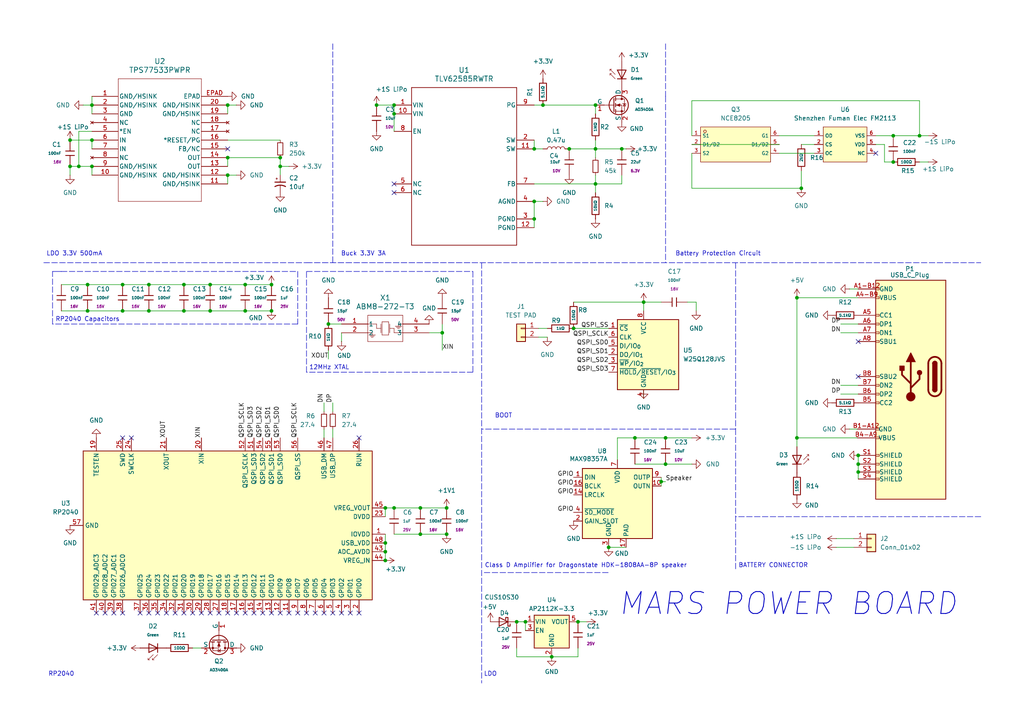
<source format=kicad_sch>
(kicad_sch (version 20250114) (generator "eeschema") (generator_version "9.0")
  (paper "A4")
  (text "LDO" (at 142.24 195.58 0) (effects (font (size 1.27 1.27))))
  (text "RP2040 Capacitors" (at 25.4 92.71 0) (effects (font (size 1.27 1.27))))
  (text "MARS POWER BOARD" (at 228.6 175.26 0) (effects (font (size 6.35 6.35) (thickness 0.254) (bold yes) (italic yes))))
  (text "BOOT\n" (at 146.05 120.65 0) (effects (font (size 1.27 1.27))))
  (text "RP2040\n" (at 17.78 195.58 0) (effects (font (size 1.27 1.27))))
  (text "12MHz XTAL" (at 95.504 106.68 0) (effects (font (size 1.27 1.27))))
  (text "LDO 3.3V 500mA\n" (at 21.59 73.66 0) (effects (font (size 1.27 1.27))))
  (text "Class D Amplifier for Dragonstate HDK-1808AA-8P speaker\n\n" (at 169.926 165.1 0) (effects (font (size 1.27 1.27))))
  (text "Battery Protection Circuit" (at 208.28 73.66 0) (effects (font (size 1.27 1.27))))
  (text "Buck 3.3V 3A\n" (at 105.41 73.66 0) (effects (font (size 1.27 1.27))))
  (text "BATTERY CONNECTOR" (at 224.282 164.084 0) (effects (font (size 1.27 1.27))))
  (junction (at 121.92 154.94))
  (junction (at 78.74 90.17))
  (junction (at 152.4 180.34))
  (junction (at 248.92 136.906))
  (junction (at 81.28 45.72))
  (junction (at 114.3 33.02))
  (junction (at 111.76 160.02))
  (junction (at 81.28 48.26))
  (junction (at 20.32 40.64))
  (junction (at 231.14 86.36))
  (junction (at 111.76 147.32))
  (junction (at 259.08 46.99))
  (junction (at 66.04 30.48))
  (junction (at 35.56 82.55))
  (junction (at 248.92 132.08))
  (junction (at 176.53 158.75))
  (junction (at 71.12 82.55))
  (junction (at 26.67 40.64))
  (junction (at 25.4 90.17))
  (junction (at 60.96 90.17))
  (junction (at 180.34 43.18))
  (junction (at 121.92 147.32))
  (junction (at 154.94 63.5))
  (junction (at 43.18 90.17))
  (junction (at 154.94 58.42))
  (junction (at 111.76 162.56))
  (junction (at 157.48 30.48))
  (junction (at 114.3 30.48))
  (junction (at 186.69 87.63))
  (junction (at 266.7 39.37))
  (junction (at 35.56 90.17))
  (junction (at 95.25 93.98))
  (junction (at 20.32 48.26))
  (junction (at 53.34 82.55))
  (junction (at 114.3 147.32))
  (junction (at 128.27 96.52))
  (junction (at 191.77 139.7))
  (junction (at 66.04 45.72))
  (junction (at 53.34 90.17))
  (junction (at 43.18 82.55))
  (junction (at 259.08 39.37))
  (junction (at 193.04 127))
  (junction (at 172.72 43.18))
  (junction (at 25.4 82.55))
  (junction (at 231.14 127))
  (junction (at 166.37 95.25))
  (junction (at 26.67 30.48))
  (junction (at 149.86 180.34))
  (junction (at 232.41 54.61))
  (junction (at 71.12 90.17))
  (junction (at 154.94 43.18))
  (junction (at 66.04 50.8))
  (junction (at 129.54 147.32))
  (junction (at 109.22 30.48))
  (junction (at 60.96 82.55))
  (junction (at 129.54 154.94))
  (junction (at 160.02 190.5))
  (junction (at 184.15 127))
  (junction (at 22.86 48.26))
  (junction (at 172.72 30.48))
  (junction (at 193.04 134.62))
  (junction (at 172.72 53.34))
  (junction (at 248.92 134.62))
  (junction (at 167.64 180.34))
  (junction (at 26.67 48.26))
  (junction (at 78.74 82.55))
  (junction (at 111.76 157.48))
  (junction (at 165.1 43.18))
  (no_connect (at 45.72 177.8))
  (no_connect (at 248.92 109.22))
  (no_connect (at 88.9 177.8))
  (no_connect (at 86.36 177.8))
  (no_connect (at 254 44.45))
  (no_connect (at 33.02 177.8))
  (no_connect (at 30.48 177.8))
  (no_connect (at 73.66 177.8))
  (no_connect (at 104.14 127))
  (no_connect (at 78.74 177.8))
  (no_connect (at 96.52 177.8))
  (no_connect (at 83.82 177.8))
  (no_connect (at 114.3 55.88))
  (no_connect (at 35.56 127))
  (no_connect (at 81.28 177.8))
  (no_connect (at 55.88 177.8))
  (no_connect (at 60.96 177.8))
  (no_connect (at 43.18 177.8))
  (no_connect (at 66.04 177.8))
  (no_connect (at 91.44 177.8))
  (no_connect (at 66.04 43.18))
  (no_connect (at 76.2 177.8))
  (no_connect (at 40.64 177.8))
  (no_connect (at 93.98 177.8))
  (no_connect (at 35.56 177.8))
  (no_connect (at 71.12 177.8))
  (no_connect (at 38.1 127))
  (no_connect (at 63.5 177.8))
  (no_connect (at 68.58 177.8))
  (no_connect (at 104.14 177.8))
  (no_connect (at 50.8 177.8))
  (no_connect (at 114.3 53.34))
  (no_connect (at 48.26 177.8))
  (no_connect (at 101.6 177.8))
  (no_connect (at 99.06 177.8))
  (no_connect (at 58.42 177.8))
  (no_connect (at 27.94 177.8))
  (no_connect (at 53.34 177.8))
  (no_connect (at 248.92 99.06))
  (wire (pts (xy 60.96 82.55) (xy 71.12 82.55)))
  (wire (pts (xy 243.84 96.52) (xy 248.92 96.52)))
  (wire (pts (xy 200.66 54.61) (xy 232.41 54.61)))
  (wire (pts (xy 226.06 44.45) (xy 236.22 44.45)))
  (polyline (pts (xy 86.36 78.74) (xy 86.36 93.98)) (stroke (width 0) (type dash)))
  (wire (pts (xy 191.77 139.7) (xy 191.77 138.43)))
  (wire (pts (xy 201.93 87.63) (xy 201.93 90.17)))
  (wire (pts (xy 152.4 180.34) (xy 152.4 182.88)))
  (wire (pts (xy 193.04 134.62) (xy 200.66 134.62)))
  (polyline (pts (xy 213.36 76.2) (xy 213.36 124.46)) (stroke (width 0) (type dash)))
  (wire (pts (xy 35.56 82.55) (xy 43.18 82.55)))
  (wire (pts (xy 66.04 45.72) (xy 81.28 45.72)))
  (wire (pts (xy 66.04 40.64) (xy 81.28 40.64)))
  (wire (pts (xy 53.34 90.17) (xy 60.96 90.17)))
  (wire (pts (xy 114.3 147.32) (xy 121.92 147.32)))
  (wire (pts (xy 149.86 190.5) (xy 160.02 190.5)))
  (wire (pts (xy 25.4 82.55) (xy 35.56 82.55)))
  (wire (pts (xy 226.06 39.37) (xy 236.22 39.37)))
  (polyline (pts (xy 96.52 12.7) (xy 96.52 76.2)) (stroke (width 0) (type dash)))
  (wire (pts (xy 22.86 48.26) (xy 26.67 48.26)))
  (wire (pts (xy 172.72 43.18) (xy 172.72 45.72)))
  (wire (pts (xy 200.66 29.21) (xy 266.7 29.21)))
  (wire (pts (xy 166.37 87.63) (xy 186.69 87.63)))
  (wire (pts (xy 186.69 87.63) (xy 186.69 90.17)))
  (wire (pts (xy 124.46 96.52) (xy 128.27 96.52)))
  (wire (pts (xy 17.78 90.17) (xy 25.4 90.17)))
  (wire (pts (xy 26.67 27.94) (xy 26.67 30.48)))
  (wire (pts (xy 111.76 157.48) (xy 111.76 160.02)))
  (wire (pts (xy 179.07 133.35) (xy 179.07 127)))
  (wire (pts (xy 243.84 93.98) (xy 248.92 93.98)))
  (wire (pts (xy 172.72 30.48) (xy 172.72 33.02)))
  (wire (pts (xy 55.88 187.96) (xy 58.42 187.96)))
  (wire (pts (xy 71.12 82.55) (xy 78.74 82.55)))
  (wire (pts (xy 121.92 154.94) (xy 129.54 154.94)))
  (wire (pts (xy 193.04 127) (xy 200.66 127)))
  (wire (pts (xy 254 39.37) (xy 259.08 39.37)))
  (wire (pts (xy 96.52 124.46) (xy 96.52 127)))
  (wire (pts (xy 95.25 93.98) (xy 99.06 93.98)))
  (polyline (pts (xy 86.36 93.98) (xy 15.24 93.98)) (stroke (width 0) (type dash)))
  (wire (pts (xy 179.07 127) (xy 184.15 127)))
  (wire (pts (xy 25.4 90.17) (xy 35.56 90.17)))
  (wire (pts (xy 53.34 82.55) (xy 60.96 82.55)))
  (wire (pts (xy 186.69 113.03) (xy 186.69 115.57)))
  (wire (pts (xy 266.7 29.21) (xy 266.7 39.37)))
  (wire (pts (xy 149.86 180.34) (xy 152.4 180.34)))
  (wire (pts (xy 193.04 139.7) (xy 191.77 139.7)))
  (wire (pts (xy 156.21 95.25) (xy 158.75 95.25)))
  (wire (pts (xy 66.04 30.48) (xy 66.04 33.02)))
  (wire (pts (xy 96.52 116.84) (xy 96.52 119.38)))
  (wire (pts (xy 154.94 40.64) (xy 154.94 43.18)))
  (wire (pts (xy 66.04 45.72) (xy 66.04 48.26)))
  (wire (pts (xy 17.78 82.55) (xy 25.4 82.55)))
  (wire (pts (xy 20.32 48.26) (xy 22.86 48.26)))
  (wire (pts (xy 172.72 43.18) (xy 180.34 43.18)))
  (wire (pts (xy 68.58 30.48) (xy 66.04 30.48)))
  (polyline (pts (xy 193.04 12.7) (xy 193.04 27.94)) (stroke (width 0) (type dash)))
  (wire (pts (xy 43.18 82.55) (xy 53.34 82.55)))
  (wire (pts (xy 99.06 99.06) (xy 99.06 96.52)))
  (wire (pts (xy 154.94 53.34) (xy 172.72 53.34)))
  (wire (pts (xy 66.04 50.8) (xy 66.04 53.34)))
  (wire (pts (xy 157.48 30.48) (xy 172.72 30.48)))
  (wire (pts (xy 181.61 43.18) (xy 180.34 43.18)))
  (wire (pts (xy 248.92 134.62) (xy 248.92 136.906)))
  (polyline (pts (xy 193.04 27.94) (xy 193.04 76.2)) (stroke (width 0) (type dash)))
  (wire (pts (xy 26.67 30.48) (xy 26.67 33.02)))
  (wire (pts (xy 232.41 41.91) (xy 236.22 41.91)))
  (polyline (pts (xy 88.9 76.2) (xy 137.16 76.2)) (stroke (width 0) (type dash)))
  (polyline (pts (xy 213.36 124.46) (xy 139.7 124.46)) (stroke (width 0) (type dash)))
  (wire (pts (xy 26.67 40.64) (xy 26.67 43.18)))
  (wire (pts (xy 81.28 48.26) (xy 83.82 48.26)))
  (wire (pts (xy 114.3 154.94) (xy 121.92 154.94)))
  (wire (pts (xy 231.14 127) (xy 231.14 129.54)))
  (wire (pts (xy 114.3 30.48) (xy 114.3 33.02)))
  (polyline (pts (xy 137.16 107.95) (xy 88.9 107.95)) (stroke (width 0) (type dash)))
  (wire (pts (xy 243.84 114.3) (xy 248.92 114.3)))
  (wire (pts (xy 172.72 50.8) (xy 172.72 53.34)))
  (wire (pts (xy 156.21 97.79) (xy 158.75 97.79)))
  (polyline (pts (xy 213.36 124.46) (xy 213.36 165.1)) (stroke (width 0) (type dash)))
  (wire (pts (xy 243.84 111.76) (xy 248.92 111.76)))
  (wire (pts (xy 232.41 49.53) (xy 232.41 54.61)))
  (wire (pts (xy 22.86 38.1) (xy 26.67 38.1)))
  (wire (pts (xy 154.94 63.5) (xy 154.94 66.04)))
  (wire (pts (xy 81.28 45.72) (xy 81.28 48.26)))
  (wire (pts (xy 121.92 147.32) (xy 129.54 147.32)))
  (wire (pts (xy 93.98 124.46) (xy 93.98 127)))
  (wire (pts (xy 180.34 50.8) (xy 180.34 53.34)))
  (polyline (pts (xy 88.9 107.95) (xy 88.9 78.74)) (stroke (width 0) (type dash)))
  (wire (pts (xy 111.76 154.94) (xy 111.76 157.48)))
  (wire (pts (xy 186.69 87.63) (xy 191.77 87.63)))
  (wire (pts (xy 24.13 30.48) (xy 26.67 30.48)))
  (wire (pts (xy 43.18 90.17) (xy 53.34 90.17)))
  (wire (pts (xy 184.15 134.62) (xy 193.04 134.62)))
  (wire (pts (xy 200.66 44.45) (xy 200.66 54.61)))
  (wire (pts (xy 248.92 136.906) (xy 248.92 138.938)))
  (wire (pts (xy 246.38 124.46) (xy 248.666 124.46)))
  (wire (pts (xy 149.86 190.5) (xy 149.86 187.96)))
  (wire (pts (xy 167.64 187.96) (xy 167.64 190.5)))
  (wire (pts (xy 66.04 50.8) (xy 68.58 50.8)))
  (wire (pts (xy 154.94 58.42) (xy 157.48 58.42)))
  (wire (pts (xy 200.66 41.91) (xy 226.06 41.91)))
  (wire (pts (xy 259.08 39.37) (xy 266.7 39.37)))
  (wire (pts (xy 200.66 39.37) (xy 200.66 29.21)))
  (wire (pts (xy 20.32 50.8) (xy 20.32 48.26)))
  (wire (pts (xy 114.3 33.02) (xy 114.3 38.1)))
  (wire (pts (xy 165.1 43.18) (xy 172.72 43.18)))
  (wire (pts (xy 176.53 158.75) (xy 181.61 158.75)))
  (wire (pts (xy 256.54 41.91) (xy 254 41.91)))
  (wire (pts (xy 95.25 101.6) (xy 95.25 104.14)))
  (wire (pts (xy 247.65 158.75) (xy 242.57 158.75)))
  (wire (pts (xy 111.76 160.02) (xy 111.76 162.56)))
  (wire (pts (xy 248.92 132.08) (xy 248.92 134.62)))
  (wire (pts (xy 256.54 46.99) (xy 259.08 46.99)))
  (wire (pts (xy 109.22 30.48) (xy 114.3 30.48)))
  (wire (pts (xy 231.14 86.36) (xy 248.92 86.36)))
  (wire (pts (xy 60.96 90.17) (xy 71.12 90.17)))
  (polyline (pts (xy 15.24 93.98) (xy 15.24 78.74)) (stroke (width 0) (type dash)))
  (polyline (pts (xy 88.9 78.74) (xy 137.16 78.74)) (stroke (width 0) (type dash)))
  (wire (pts (xy 114.3 147.32) (xy 111.76 147.32)))
  (polyline (pts (xy 140.4324 166.0668) (xy 176.6735 166.0668)) (stroke (width 0) (type dash)))
  (wire (pts (xy 231.14 127) (xy 248.666 127)))
  (wire (pts (xy 256.54 41.91) (xy 256.54 46.99)))
  (wire (pts (xy 71.12 90.17) (xy 78.74 90.17)))
  (polyline (pts (xy 137.16 78.74) (xy 137.16 107.95)) (stroke (width 0) (type dash)))
  (wire (pts (xy 22.86 38.1) (xy 22.86 48.26)))
  (wire (pts (xy 184.15 127) (xy 193.04 127)))
  (wire (pts (xy 26.67 48.26) (xy 26.67 50.8)))
  (wire (pts (xy 157.48 43.18) (xy 154.94 43.18)))
  (wire (pts (xy 111.76 147.32) (xy 111.76 149.86)))
  (wire (pts (xy 172.72 40.64) (xy 172.72 43.18)))
  (polyline (pts (xy 17.78 78.74) (xy 86.36 78.74)) (stroke (width 0) (type dash)))
  (wire (pts (xy 93.98 116.84) (xy 93.98 119.38)))
  (wire (pts (xy 167.64 190.5) (xy 160.02 190.5)))
  (polyline (pts (xy 284.48 149.86) (xy 213.36 149.86)) (stroke (width 0) (type dash)))
  (wire (pts (xy 128.27 101.6) (xy 128.27 96.52)))
  (polyline (pts (xy 139.7 76.2) (xy 139.7 198.12)) (stroke (width 0) (type dash)))
  (wire (pts (xy 172.72 53.34) (xy 180.34 53.34)))
  (wire (pts (xy 269.24 39.37) (xy 266.7 39.37)))
  (wire (pts (xy 166.37 95.25) (xy 176.53 95.25)))
  (polyline (pts (xy 88.9 76.2) (xy 284.48 76.2)) (stroke (width 0) (type dash)))
  (wire (pts (xy 154.94 30.48) (xy 157.48 30.48)))
  (wire (pts (xy 247.65 156.21) (xy 242.57 156.21)))
  (wire (pts (xy 20.32 40.64) (xy 26.67 40.64)))
  (wire (pts (xy 167.64 180.34) (xy 170.18 180.34)))
  (wire (pts (xy 246.38 83.82) (xy 248.92 83.82)))
  (wire (pts (xy 191.77 139.7) (xy 191.77 140.97)))
  (polyline (pts (xy 15.24 78.74) (xy 17.78 78.74)))
  (wire (pts (xy 201.93 87.63) (xy 199.39 87.63)))
  (wire (pts (xy 172.72 53.34) (xy 172.72 55.88)))
  (wire (pts (xy 81.28 48.26) (xy 81.28 50.8)))
  (wire (pts (xy 128.27 93.98) (xy 128.27 96.52)))
  (polyline (pts (xy 12.7 76.2) (xy 88.9 76.2)) (stroke (width 0) (type dash)))
  (wire (pts (xy 154.94 58.42) (xy 154.94 63.5)))
  (wire (pts (xy 35.56 90.17) (xy 43.18 90.17)))
  (wire (pts (xy 231.14 127) (xy 231.14 86.36)))
  (wire (pts (xy 269.24 46.99) (xy 266.7 46.99)))
  (label "DN" (at 243.84 96.52 180))
  (label "QSPI_SCLK" (at 86.36 127 90))
  (label "XIN" (at 58.42 127 90))
  (label "QSPI_SD3" (at 73.66 127 90))
  (label "DP" (at 243.84 93.98 180))
  (label "QSPI_SCLK" (at 176.53 97.79 180))
  (label "DP" (at 96.52 116.84 90))
  (label "QSPI_SD0" (at 81.28 127 90))
  (label "Speaker" (at 193.04 139.7 0))
  (label "DN" (at 243.84 111.76 180))
  (label "QSPI_SD1" (at 78.74 127 90))
  (label "DN" (at 93.98 116.84 90))
  (label "QSPI_SD3" (at 176.53 107.95 180))
  (label "XIN" (at 128.27 101.6 0))
  (label "XOUT" (at 95.25 104.14 180))
  (label "GPIO" (at 166.37 140.97 180))
  (label "QSPI_SD0" (at 176.53 100.33 180))
  (label "GPIO" (at 166.37 138.43 180))
  (label "GPIO" (at 166.37 143.51 180))
  (label "QSPI_SCLK" (at 71.12 127 90))
  (label "QSPI_SD2" (at 76.2 127 90))
  (label "QSPI_SD1" (at 176.53 102.87 180))
  (label "XOUT" (at 48.26 127 90))
  (label "DP" (at 243.84 114.3 180))
  (label "QSPI_SS" (at 176.53 95.25 180))
  (label "GPIO" (at 166.37 148.59 180))
  (label "QSPI_SD2" (at 176.53 105.41 180))
  (symbol (lib_id "TPS77533PWPR:TPS77533PWPR") (at 26.67 27.94 0) (unit 1)
    (property "Reference" "U2" (at 46.355 17.78 0) (effects (font (size 1.524 1.524))))
    (property "Value" "TPS77533PWPR" (at 46.355 20.32 0) (effects (font (size 1.524 1.524))))
    (property "Footprint" "PWP20_3P38X2P4" (effects (hide yes)))
    (property "Datasheet" "TPS77533PWPR" (effects (hide yes)))
  )
  (symbol (lib_id "power:+3.3VP") (at 242.57 156.21 90) (unit 1)
    (property "Reference" "#PWR045" (effects (hide yes)))
    (property "Value" "+1S LiPo" (at 238.252 155.702 90) (effects (justify left)))
    (property "Description" "Power symbol creates a global label with name \"+3.3VP\"" (effects (hide yes)))
  )
  (symbol (lib_id "PCM_JLCPCB-Capacitors:0402,100nF") (at 35.56 86.36 0) (unit 1)
    (property "Reference" "C11" (at 38.1 83.8199 0) (effects (justify left)))
    (property "Value" "100nF" (at 38.1 86.36 0) (effects (font (size 0.8 0.8)) (justify left)))
    (property "Footprint" "PCM_JLCPCB:C_0402" (effects (hide yes)))
    (property "Datasheet" "https://www.lcsc.com/datasheet/lcsc_datasheet_2304140030_Samsung-Electro-Mechanics-CL05B104KO5NNNC_C1525.pdf" (effects (hide yes)))
    (property "Description" "16V 100nF X7R ±10% 0402 Multilayer Ceramic Capacitors MLCC - SMD/SMT ROHS" (effects (hide yes)))
    (property "LCSC" "C1525" (effects (hide yes)))
    (property "Stock" "21618579" (effects (hide yes)))
    (property "Price" "0.004USD" (effects (hide yes)))
    (property "Process" "SMT" (effects (hide yes)))
    (property "Minimum Qty" "20" (effects (hide yes)))
    (property "Attrition Qty" "10" (effects (hide yes)))
    (property "Class" "Basic Component" (effects (hide yes)))
    (property "Category" "Capacitors,Multilayer Ceramic Capacitors MLCC - SMD/SMT" (effects (hide yes)))
    (property "Manufacturer" "Samsung Electro-Mechanics" (effects (hide yes)))
    (property "Part" "CL05B104KO5NNNC" (effects (hide yes)))
    (property "Voltage Rated" "16V" (at 38.1 88.9 0) (effects (font (size 0.8 0.8)) (justify left)))
    (property "Tolerance" "±10%" (effects (hide yes)))
    (property "Capacitance" "100nF" (effects (hide yes)))
    (property "Temperature Coefficient" "X7R" (effects (hide yes)))
  )
  (symbol (lib_id "power:+3.3V") (at 170.18 180.34 270) (unit 1)
    (property "Reference" "#PWR043" (effects (hide yes)))
    (property "Value" "+3.3V" (at 170.434 177.8 90) (effects (justify left)))
    (property "Description" "Power symbol creates a global label with name \"+3.3V\"" (effects (hide yes)))
  )
  (symbol (lib_id "PCM_JLCPCB-Resistors:0402,10kΩ") (at 166.37 91.44 0) (unit 1)
    (property "Reference" "R8" (at 167.64 89.916 0) (effects (justify left)))
    (property "Value" "10kΩ" (at 166.37 91.44 90) (effects (font (size 0.8 0.8))))
    (property "Footprint" "PCM_JLCPCB:R_0402" (effects (hide yes)))
    (property "Datasheet" "https://www.lcsc.com/datasheet/lcsc_datasheet_2411221126_UNI-ROYAL-Uniroyal-Elec-0402WGF1002TCE_C25744.pdf" (effects (hide yes)))
    (property "Description" "62.5mW Thick Film Resistors 50V ±100ppm/°C ±1% 10kΩ 0402 Chip Resistor - Surface Mount ROHS" (effects (hide yes)))
    (property "LCSC" "C25744" (effects (hide yes)))
    (property "Stock" "9457882" (effects (hide yes)))
    (property "Price" "0.004USD" (effects (hide yes)))
    (property "Process" "SMT" (effects (hide yes)))
    (property "Minimum Qty" "5" (effects (hide yes)))
    (property "Attrition Qty" "0" (effects (hide yes)))
    (property "Class" "Basic Component" (effects (hide yes)))
    (property "Category" "Resistors,Chip Resistor - Surface Mount" (effects (hide yes)))
    (property "Manufacturer" "UNI-ROYAL(Uniroyal Elec)" (effects (hide yes)))
    (property "Part" "0402WGF1002TCE" (effects (hide yes)))
    (property "Resistance" "10kΩ" (effects (hide yes)))
    (property "Power(Watts)" "62.5mW" (effects (hide yes)))
    (property "Type" "Thick Film Resistors" (effects (hide yes)))
    (property "Overload Voltage (Max)" "50V" (effects (hide yes)))
    (property "Operating Temperature Range" "-55°C~+155°C" (effects (hide yes)))
    (property "Tolerance" "±1%" (effects (hide yes)))
    (property "Temperature Coefficient" "±100ppm/°C" (effects (hide yes)))
  )
  (symbol (lib_id "power:+3.3VP") (at 269.24 39.37 270) (unit 1)
    (property "Reference" "#PWR049" (effects (hide yes)))
    (property "Value" "-1S LiPo" (at 267.97 41.148 90) (effects (justify left)))
    (property "Description" "Power symbol creates a global label with name \"+3.3VP\"" (effects (hide yes)))
  )
  (symbol (lib_name "0402,100Ω_1") (lib_id "PCM_JLCPCB-Resistors:0402,100Ω") (at 262.89 46.99 270) (unit 1)
    (property "Reference" "R15" (at 261.366 49.53 90) (effects (justify left)))
    (property "Value" "100Ω" (at 262.89 46.99 90) (effects (font (size 0.8 0.8))))
    (property "Footprint" "PCM_JLCPCB:R_0402" (effects (hide yes)))
    (property "Datasheet" "https://www.lcsc.com/datasheet/lcsc_datasheet_2205311900_UNI-ROYAL-Uniroyal-Elec-0402WGF1000TCE_C25076.pdf" (effects (hide yes)))
    (property "Description" "62.5mW Thick Film Resistors 50V ±1% ±200ppm/°C 100Ω 0402 Chip Resistor - Surface Mount ROHS" (effects (hide yes)))
    (property "LCSC" "C25076" (effects (hide yes)))
    (property "Stock" "3680881" (effects (hide yes)))
    (property "Price" "0.004USD" (effects (hide yes)))
    (property "Process" "SMT" (effects (hide yes)))
    (property "Minimum Qty" "20" (effects (hide yes)))
    (property "Attrition Qty" "10" (effects (hide yes)))
    (property "Class" "Basic Component" (effects (hide yes)))
    (property "Category" "Resistors,Chip Resistor - Surface Mount" (effects (hide yes)))
    (property "Manufacturer" "UNI-ROYAL(Uniroyal Elec)" (effects (hide yes)))
    (property "Part" "0402WGF1000TCE" (effects (hide yes)))
    (property "Resistance" "100Ω" (effects (hide yes)))
    (property "Power(Watts)" "62.5mW" (effects (hide yes)))
    (property "Type" "Thick Film Resistors" (effects (hide yes)))
    (property "Overload Voltage (Max)" "50V" (effects (hide yes)))
    (property "Operating Temperature Range" "-55°C~+155°C" (effects (hide yes)))
    (property "Tolerance" "±1%" (effects (hide yes)))
    (property "Temperature Coefficient" "±200ppm/°C" (effects (hide yes)))
  )
  (symbol (lib_id "PCM_JLCPCB-Capacitors:0402,100nF") (at 184.15 130.81 0) (unit 1)
    (property "Reference" "C24" (at 186.69 128.2699 0) (effects (justify left)))
    (property "Value" "100nF" (at 186.69 130.81 0) (effects (font (size 0.8 0.8)) (justify left)))
    (property "Footprint" "PCM_JLCPCB:C_0402" (effects (hide yes)))
    (property "Datasheet" "https://www.lcsc.com/datasheet/lcsc_datasheet_2304140030_Samsung-Electro-Mechanics-CL05B104KO5NNNC_C1525.pdf" (effects (hide yes)))
    (property "Description" "16V 100nF X7R ±10% 0402 Multilayer Ceramic Capacitors MLCC - SMD/SMT ROHS" (effects (hide yes)))
    (property "LCSC" "C1525" (effects (hide yes)))
    (property "Stock" "21618579" (effects (hide yes)))
    (property "Price" "0.004USD" (effects (hide yes)))
    (property "Process" "SMT" (effects (hide yes)))
    (property "Minimum Qty" "20" (effects (hide yes)))
    (property "Attrition Qty" "10" (effects (hide yes)))
    (property "Class" "Basic Component" (effects (hide yes)))
    (property "Category" "Capacitors,Multilayer Ceramic Capacitors MLCC - SMD/SMT" (effects (hide yes)))
    (property "Manufacturer" "Samsung Electro-Mechanics" (effects (hide yes)))
    (property "Part" "CL05B104KO5NNNC" (effects (hide yes)))
    (property "Voltage Rated" "16V" (at 186.69 133.35 0) (effects (font (size 0.8 0.8)) (justify left)))
    (property "Tolerance" "±10%" (effects (hide yes)))
    (property "Capacitance" "100nF" (effects (hide yes)))
    (property "Temperature Coefficient" "X7R" (effects (hide yes)))
  )
  (symbol (lib_id "power:+3.3V") (at 200.66 127 270) (unit 1)
    (property "Reference" "#PWR050" (effects (hide yes)))
    (property "Value" "+3.3V" (at 204.47 126.9999 90) (effects (justify left)))
    (property "Description" "Power symbol creates a global label with name \"+3.3V\"" (effects (hide yes)))
  )
  (symbol (lib_id "power:GND") (at 124.46 93.98 180) (unit 1)
    (property "Reference" "#PWR033" (effects (hide yes)))
    (property "Value" "GND" (at 124.46 89.408 0))
    (property "Description" "Power symbol creates a global label with name \"GND\" , ground" (effects (hide yes)))
  )
  (symbol (lib_name "0402,5.1kΩ_1") (lib_id "PCM_JLCPCB-Resistors:0402,5.1kΩ") (at 245.11 116.84 90) (unit 1)
    (property "Reference" "R13" (at 245.11 119.38 90))
    (property "Value" "5.1kΩ" (at 245.11 116.84 90) (effects (font (size 0.8 0.8))))
    (property "Footprint" "PCM_JLCPCB:R_0402" (effects (hide yes)))
    (property "Datasheet" "https://www.lcsc.com/datasheet/lcsc_datasheet_2206010045_UNI-ROYAL-Uniroyal-Elec-0402WGF5101TCE_C25905.pdf" (effects (hide yes)))
    (property "Description" "62.5mW Thick Film Resistors 50V ±100ppm/°C ±1% 5.1kΩ 0402 Chip Resistor - Surface Mount ROHS" (effects (hide yes)))
    (property "LCSC" "C25905" (effects (hide yes)))
    (property "Stock" "3828832" (effects (hide yes)))
    (property "Price" "0.004USD" (effects (hide yes)))
    (property "Process" "SMT" (effects (hide yes)))
    (property "Minimum Qty" "20" (effects (hide yes)))
    (property "Attrition Qty" "10" (effects (hide yes)))
    (property "Class" "Basic Component" (effects (hide yes)))
    (property "Category" "Resistors,Chip Resistor - Surface Mount" (effects (hide yes)))
    (property "Manufacturer" "UNI-ROYAL(Uniroyal Elec)" (effects (hide yes)))
    (property "Part" "0402WGF5101TCE" (effects (hide yes)))
    (property "Resistance" "5.1kΩ" (effects (hide yes)))
    (property "Power(Watts)" "62.5mW" (effects (hide yes)))
    (property "Type" "Thick Film Resistors" (effects (hide yes)))
    (property "Overload Voltage (Max)" "50V" (effects (hide yes)))
    (property "Operating Temperature Range" "-55°C~+155°C" (effects (hide yes)))
    (property "Tolerance" "±1%" (effects (hide yes)))
    (property "Temperature Coefficient" "±100ppm/°C" (effects (hide yes)))
  )
  (symbol (lib_id "Device:R_Small") (at 172.72 48.26 0) (unit 1)
    (property "Reference" "R5" (at 175.26 46.9899 0) (effects (justify left)))
    (property "Value" "45k" (at 175.26 49.5299 0) (effects (justify left)))
    (property "Description" "Resistor, small symbol" (effects (hide yes)))
  )
  (symbol (lib_id "power:+3.3VP") (at 242.57 158.75 90) (unit 1)
    (property "Reference" "#PWR046" (effects (hide yes)))
    (property "Value" "-1S LiPo" (at 238.252 158.75 90) (effects (justify left)))
    (property "Description" "Power symbol creates a global label with name \"+3.3VP\"" (effects (hide yes)))
  )
  (symbol (lib_id "power:GND") (at 200.66 134.62 90) (unit 1)
    (property "Reference" "#PWR051" (effects (hide yes)))
    (property "Value" "GND" (at 206.756 134.62 90))
    (property "Description" "Power symbol creates a global label with name \"GND\" , ground" (effects (hide yes)))
  )
  (symbol (lib_id "PCM_JLCPCB-Capacitors:0402,100nF") (at 121.92 151.13 0) (unit 1)
    (property "Reference" "C7" (at 124.46 148.5899 0) (effects (justify left)))
    (property "Value" "100nF" (at 124.46 151.13 0) (effects (font (size 0.8 0.8)) (justify left)))
    (property "Footprint" "PCM_JLCPCB:C_0402" (effects (hide yes)))
    (property "Datasheet" "https://www.lcsc.com/datasheet/lcsc_datasheet_2304140030_Samsung-Electro-Mechanics-CL05B104KO5NNNC_C1525.pdf" (effects (hide yes)))
    (property "Description" "16V 100nF X7R ±10% 0402 Multilayer Ceramic Capacitors MLCC - SMD/SMT ROHS" (effects (hide yes)))
    (property "LCSC" "C1525" (effects (hide yes)))
    (property "Stock" "21618579" (effects (hide yes)))
    (property "Price" "0.004USD" (effects (hide yes)))
    (property "Process" "SMT" (effects (hide yes)))
    (property "Minimum Qty" "20" (effects (hide yes)))
    (property "Attrition Qty" "10" (effects (hide yes)))
    (property "Class" "Basic Component" (effects (hide yes)))
    (property "Category" "Capacitors,Multilayer Ceramic Capacitors MLCC - SMD/SMT" (effects (hide yes)))
    (property "Manufacturer" "Samsung Electro-Mechanics" (effects (hide yes)))
    (property "Part" "CL05B104KO5NNNC" (effects (hide yes)))
    (property "Voltage Rated" "16V" (at 124.46 153.67 0) (effects (font (size 0.8 0.8)) (justify left)))
    (property "Tolerance" "±10%" (effects (hide yes)))
    (property "Capacitance" "100nF" (effects (hide yes)))
    (property "Temperature Coefficient" "X7R" (effects (hide yes)))
  )
  (symbol (lib_id "PCM_JLCPCB-Resistors:0402,2kΩ") (at 232.41 45.72 180) (unit 1)
    (property "Reference" "R16" (at 234.95 45.7199 0) (effects (justify right)))
    (property "Value" "2kΩ" (at 232.41 45.72 90) (effects (font (size 0.8 0.8))))
    (property "Footprint" "PCM_JLCPCB:R_0402" (effects (hide yes)))
    (property "Datasheet" "https://www.lcsc.com/datasheet/lcsc_datasheet_2206010230_UNI-ROYAL-Uniroyal-Elec-0402WGF2001TCE_C4109.pdf" (effects (hide yes)))
    (property "Description" "62.5mW Thick Film Resistors 50V ±100ppm/°C ±1% 2kΩ 0402 Chip Resistor - Surface Mount ROHS" (effects (hide yes)))
    (property "LCSC" "C4109" (effects (hide yes)))
    (property "Stock" "1959181" (effects (hide yes)))
    (property "Price" "0.004USD" (effects (hide yes)))
    (property "Process" "SMT" (effects (hide yes)))
    (property "Minimum Qty" "20" (effects (hide yes)))
    (property "Attrition Qty" "10" (effects (hide yes)))
    (property "Class" "Basic Component" (effects (hide yes)))
    (property "Category" "Resistors,Chip Resistor - Surface Mount" (effects (hide yes)))
    (property "Manufacturer" "UNI-ROYAL(Uniroyal Elec)" (effects (hide yes)))
    (property "Part" "0402WGF2001TCE" (effects (hide yes)))
    (property "Resistance" "2kΩ" (effects (hide yes)))
    (property "Power(Watts)" "62.5mW" (effects (hide yes)))
    (property "Type" "Thick Film Resistors" (effects (hide yes)))
    (property "Overload Voltage (Max)" "50V" (effects (hide yes)))
    (property "Operating Temperature Range" "-55°C~+155°C" (effects (hide yes)))
    (property "Tolerance" "±1%" (effects (hide yes)))
    (property "Temperature Coefficient" "±100ppm/°C" (effects (hide yes)))
  )
  (symbol (lib_name "0402,100nF_1") (lib_id "PCM_JLCPCB-Capacitors:0402,100nF") (at 259.08 43.18 0) (unit 1)
    (property "Reference" "C22" (at 261.874 41.402 0) (effects (justify left)))
    (property "Value" "100nF" (at 261.874 43.9421 0) (effects (font (size 0.8 0.8)) (justify left)))
    (property "Footprint" "PCM_JLCPCB:C_0402" (effects (hide yes)))
    (property "Datasheet" "https://www.lcsc.com/datasheet/lcsc_datasheet_2304140030_Samsung-Electro-Mechanics-CL05B104KO5NNNC_C1525.pdf" (effects (hide yes)))
    (property "Description" "16V 100nF X7R ±10% 0402 Multilayer Ceramic Capacitors MLCC - SMD/SMT ROHS" (effects (hide yes)))
    (property "LCSC" "C1525" (effects (hide yes)))
    (property "Stock" "19230888" (effects (hide yes)))
    (property "Price" "0.004USD" (effects (hide yes)))
    (property "Process" "SMT" (effects (hide yes)))
    (property "Minimum Qty" "20" (effects (hide yes)))
    (property "Attrition Qty" "10" (effects (hide yes)))
    (property "Class" "Basic Component" (effects (hide yes)))
    (property "Category" "Capacitors,Multilayer Ceramic Capacitors MLCC - SMD/SMT" (effects (hide yes)))
    (property "Manufacturer" "Samsung Electro-Mechanics" (effects (hide yes)))
    (property "Part" "CL05B104KO5NNNC" (effects (hide yes)))
    (property "Voltage Rated" "16V" (effects (hide yes)))
    (property "Tolerance" "±10%" (effects (hide yes)))
    (property "Capacitance" "100nF" (effects (hide yes)))
    (property "Temperature Coefficient" "X7R" (effects (hide yes)))
  )
  (symbol (lib_id "power:GND") (at 27.94 127 180) (unit 1)
    (property "Reference" "#PWR025" (effects (hide yes)))
    (property "Value" "GND" (at 27.94 121.92 0))
    (property "Description" "Power symbol creates a global label with name \"GND\" , ground" (effects (hide yes)))
  )
  (symbol (lib_id "PCM_JLCPCB-Capacitors:0402,1uF") (at 149.86 184.15 0) (mirror x) (unit 1)
    (property "Reference" "C20" (at 147.828 182.6259 0) (effects (justify right)))
    (property "Value" "1uF" (at 147.828 185.166 0) (effects (font (size 0.8 0.8)) (justify right)))
    (property "Footprint" "PCM_JLCPCB:C_0402" (effects (hide yes)))
    (property "Datasheet" "https://www.lcsc.com/datasheet/lcsc_datasheet_2304140030_Samsung-Electro-Mechanics-CL05A105KA5NQNC_C52923.pdf" (effects (hide yes)))
    (property "Description" "25V 1uF X5R ±10% 0402 Multilayer Ceramic Capacitors MLCC - SMD/SMT ROHS" (effects (hide yes)))
    (property "LCSC" "C52923" (effects (hide yes)))
    (property "Stock" "7413270" (effects (hide yes)))
    (property "Price" "0.006USD" (effects (hide yes)))
    (property "Process" "SMT" (effects (hide yes)))
    (property "Minimum Qty" "20" (effects (hide yes)))
    (property "Attrition Qty" "10" (effects (hide yes)))
    (property "Class" "Basic Component" (effects (hide yes)))
    (property "Category" "Capacitors,Multilayer Ceramic Capacitors MLCC - SMD/SMT" (effects (hide yes)))
    (property "Manufacturer" "Samsung Electro-Mechanics" (effects (hide yes)))
    (property "Part" "CL05A105KA5NQNC" (effects (hide yes)))
    (property "Voltage Rated" "25V" (at 147.828 187.706 0) (effects (font (size 0.8 0.8)) (justify right)))
    (property "Tolerance" "±10%" (effects (hide yes)))
    (property "Capacitance" "1uF" (effects (hide yes)))
    (property "Temperature Coefficient" "X5R" (effects (hide yes)))
  )
  (symbol (lib_id "power:GND") (at 68.58 30.48 90) (unit 1)
    (property "Reference" "#PWR03" (effects (hide yes)))
    (property "Value" "GND" (at 72.39 30.4799 90) (effects (justify right)))
    (property "Description" "Power symbol creates a global label with name \"GND\" , ground" (effects (hide yes)))
  )
  (symbol (lib_name "LED,0805,Green_1") (lib_id "PCM_JLCPCB-Diodes:LED,0805,Green") (at 44.45 187.96 90) (unit 1)
    (property "Reference" "D2" (at 44.3547 181.61 90))
    (property "Value" "Green" (at 44.3547 184.15 90) (effects (font (size 0.8 0.8))))
    (property "Footprint" "PCM_JLCPCB:D_0805" (effects (hide yes)))
    (property "Datasheet" "https://www.lcsc.com/datasheet/lcsc_datasheet_1806151820_Hubei-KENTO-Elec-KT-0805G_C2297.pdf" (effects (hide yes)))
    (property "Description" "Emerald 0805 LED Indication - Discrete ROHS" (effects (hide yes)))
    (property "LCSC" "C2297" (effects (hide yes)))
    (property "Stock" "670231" (effects (hide yes)))
    (property "Price" "0.014USD" (effects (hide yes)))
    (property "Process" "SMT" (effects (hide yes)))
    (property "Minimum Qty" "20" (effects (hide yes)))
    (property "Attrition Qty" "6" (effects (hide yes)))
    (property "Class" "Basic Component" (effects (hide yes)))
    (property "Category" "Optoelectronics,Light Emitting Diodes (LED)" (effects (hide yes)))
    (property "Manufacturer" "Hubei KENTO Elec" (effects (hide yes)))
    (property "Part" "KT-0805G" (effects (hide yes)))
    (property "Emitted Color" "Emerald" (effects (hide yes)))
  )
  (symbol (lib_id "power:GND") (at 81.28 55.88 0) (unit 1)
    (property "Reference" "#PWR07" (effects (hide yes)))
    (property "Value" "GND" (at 81.28 60.96 0))
    (property "Description" "Power symbol creates a global label with name \"GND\" , ground" (effects (hide yes)))
  )
  (symbol (lib_id "power:GND") (at 246.38 83.82 270) (unit 1)
    (property "Reference" "#PWR036" (effects (hide yes)))
    (property "Value" "GND" (at 242.57 83.8199 90) (effects (justify right)))
    (property "Description" "Power symbol creates a global label with name \"GND\" , ground" (effects (hide yes)))
  )
  (symbol (lib_id "power:GND") (at 176.53 158.75 0) (unit 1)
    (property "Reference" "#PWR053" (effects (hide yes)))
    (property "Value" "GND" (at 180.34 160.528 0))
    (property "Description" "Power symbol creates a global label with name \"GND\" , ground" (effects (hide yes)))
  )
  (symbol (lib_id "PCM_JLCPCB-Capacitors:0402,100nF") (at 43.18 86.36 0) (unit 1)
    (property "Reference" "C12" (at 45.72 83.8199 0) (effects (justify left)))
    (property "Value" "100nF" (at 45.72 86.36 0) (effects (font (size 0.8 0.8)) (justify left)))
    (property "Footprint" "PCM_JLCPCB:C_0402" (effects (hide yes)))
    (property "Datasheet" "https://www.lcsc.com/datasheet/lcsc_datasheet_2304140030_Samsung-Electro-Mechanics-CL05B104KO5NNNC_C1525.pdf" (effects (hide yes)))
    (property "Description" "16V 100nF X7R ±10% 0402 Multilayer Ceramic Capacitors MLCC - SMD/SMT ROHS" (effects (hide yes)))
    (property "LCSC" "C1525" (effects (hide yes)))
    (property "Stock" "21618579" (effects (hide yes)))
    (property "Price" "0.004USD" (effects (hide yes)))
    (property "Process" "SMT" (effects (hide yes)))
    (property "Minimum Qty" "20" (effects (hide yes)))
    (property "Attrition Qty" "10" (effects (hide yes)))
    (property "Class" "Basic Component" (effects (hide yes)))
    (property "Category" "Capacitors,Multilayer Ceramic Capacitors MLCC - SMD/SMT" (effects (hide yes)))
    (property "Manufacturer" "Samsung Electro-Mechanics" (effects (hide yes)))
    (property "Part" "CL05B104KO5NNNC" (effects (hide yes)))
    (property "Voltage Rated" "16V" (at 45.72 88.9 0) (effects (font (size 0.8 0.8)) (justify left)))
    (property "Tolerance" "±10%" (effects (hide yes)))
    (property "Capacitance" "100nF" (effects (hide yes)))
    (property "Temperature Coefficient" "X7R" (effects (hide yes)))
  )
  (symbol (lib_name "0603,10uF_1") (lib_id "PCM_JLCPCB-Capacitors:0603,10uF") (at 193.04 130.81 0) (unit 1)
    (property "Reference" "C23" (at 195.58 128.2699 0) (effects (justify left)))
    (property "Value" "10uF" (at 195.58 130.81 0) (effects (font (size 0.8 0.8)) (justify left)))
    (property "Footprint" "PCM_JLCPCB:C_0603" (effects (hide yes)))
    (property "Datasheet" "https://www.lcsc.com/datasheet/lcsc_datasheet_2304140030_Samsung-Electro-Mechanics-CL10A106KP8NNNC_C19702.pdf" (effects (hide yes)))
    (property "Description" "10V 10uF X5R ±10% 0603 Multilayer Ceramic Capacitors MLCC - SMD/SMT ROHS" (effects (hide yes)))
    (property "LCSC" "C19702" (effects (hide yes)))
    (property "Stock" "10968851" (effects (hide yes)))
    (property "Price" "0.009USD" (effects (hide yes)))
    (property "Process" "SMT" (effects (hide yes)))
    (property "Minimum Qty" "20" (effects (hide yes)))
    (property "Attrition Qty" "10" (effects (hide yes)))
    (property "Class" "Basic Component" (effects (hide yes)))
    (property "Category" "Capacitors,Multilayer Ceramic Capacitors MLCC - SMD/SMT" (effects (hide yes)))
    (property "Manufacturer" "Samsung Electro-Mechanics" (effects (hide yes)))
    (property "Part" "CL10A106KP8NNNC" (effects (hide yes)))
    (property "Voltage Rated" "10V" (at 195.58 133.35 0) (effects (font (size 0.8 0.8)) (justify left)))
    (property "Tolerance" "±10%" (effects (hide yes)))
    (property "Capacitance" "10uF" (effects (hide yes)))
    (property "Temperature Coefficient" "X5R" (effects (hide yes)))
  )
  (symbol (lib_id "power:GND") (at 241.3 91.44 270) (unit 1)
    (property "Reference" "#PWR037" (effects (hide yes)))
    (property "Value" "GND" (at 237.49 91.4399 90) (effects (justify right)))
    (property "Description" "Power symbol creates a global label with name \"GND\" , ground" (effects (hide yes)))
  )
  (symbol (lib_name "NMOS,AO3400A_1") (lib_id "PCM_JLCPCB-Transistors:NMOS,AO3400A") (at 63.5 185.42 270) (unit 1)
    (property "Reference" "Q2" (at 63.5 191.77 90))
    (property "Value" "AO3400A" (at 63.5 194.31 90) (effects (font (size 0.8 0.8))))
    (property "Footprint" "PCM_JLCPCB:Q_SOT-23" (effects (hide yes)))
    (property "Datasheet" "https://www.lcsc.com/datasheet/lcsc_datasheet_1811081213_Alpha---Omega-Semicon-AO3400A_C20917.pdf" (effects (hide yes)))
    (property "Description" "30V 5.7A 26.5mΩ@10V,5.7A 1.4W 1.5V@250uA 1 N-Channel SOT-23-3L MOSFETs ROHS" (effects (hide yes)))
    (property "LCSC" "C20917" (effects (hide yes)))
    (property "Stock" "867566" (effects (hide yes)))
    (property "Price" "0.087USD" (effects (hide yes)))
    (property "Process" "SMT" (effects (hide yes)))
    (property "Minimum Qty" "5" (effects (hide yes)))
    (property "Attrition Qty" "4" (effects (hide yes)))
    (property "Class" "Basic Component" (effects (hide yes)))
    (property "Category" "Transistors,MOSFETs" (effects (hide yes)))
    (property "Manufacturer" "Alpha & Omega Semicon" (effects (hide yes)))
    (property "Part" "AO3400A" (effects (hide yes)))
    (property "Continuous Drain Current (Id)" "5.7A" (effects (hide yes)))
    (property "Input Capacitance (Ciss@Vds)" "630pF@15V" (effects (hide yes)))
    (property "Operating Temperature" "-55°C~+150°C@(Tj)" (effects (hide yes)))
    (property "Type" "1 N-channel" (effects (hide yes)))
    (property "Drain Source Voltage (Vdss)" "30V" (effects (hide yes)))
    (property "Power Dissipation (Pd)" "1.4W" (effects (hide yes)))
    (property "Gate Threshold Voltage (Vgs(th)@Id)" "1.5V@250uA" (effects (hide yes)))
    (property "Drain Source On Resistance (RDS(on)@Vgs,Id)" "26.5mΩ@10V,5.7A" (effects (hide yes)))
    (property "Total Gate Charge (Qg@Vgs)" "7nC@4.5V" (effects (hide yes)))
  )
  (symbol (lib_id "MCU_RaspberryPi:RP2040") (at 66.04 152.4 270) (unit 1)
    (property "Reference" "U3" (at 19.05 145.9798 90))
    (property "Value" "RP2040" (at 19.05 148.5198 90))
    (property "Footprint" "Package_DFN_QFN:QFN-56-1EP_7x7mm_P0.4mm_EP3.2x3.2mm" (effects (hide yes)))
    (property "Datasheet" "https://datasheets.raspberrypi.com/rp2040/rp2040-datasheet.pdf" (effects (hide yes)))
    (property "Description" "A microcontroller by Raspberry Pi" (effects (hide yes)))
  )
  (symbol (lib_id "PCM_JLCPCB-Capacitors:0402,100nF") (at 25.4 86.36 0) (unit 1)
    (property "Reference" "C10" (at 27.94 83.8199 0) (effects (justify left)))
    (property "Value" "100nF" (at 27.94 86.36 0) (effects (font (size 0.8 0.8)) (justify left)))
    (property "Footprint" "PCM_JLCPCB:C_0402" (effects (hide yes)))
    (property "Datasheet" "https://www.lcsc.com/datasheet/lcsc_datasheet_2304140030_Samsung-Electro-Mechanics-CL05B104KO5NNNC_C1525.pdf" (effects (hide yes)))
    (property "Description" "16V 100nF X7R ±10% 0402 Multilayer Ceramic Capacitors MLCC - SMD/SMT ROHS" (effects (hide yes)))
    (property "LCSC" "C1525" (effects (hide yes)))
    (property "Stock" "21618579" (effects (hide yes)))
    (property "Price" "0.004USD" (effects (hide yes)))
    (property "Process" "SMT" (effects (hide yes)))
    (property "Minimum Qty" "20" (effects (hide yes)))
    (property "Attrition Qty" "10" (effects (hide yes)))
    (property "Class" "Basic Component" (effects (hide yes)))
    (property "Category" "Capacitors,Multilayer Ceramic Capacitors MLCC - SMD/SMT" (effects (hide yes)))
    (property "Manufacturer" "Samsung Electro-Mechanics" (effects (hide yes)))
    (property "Part" "CL05B104KO5NNNC" (effects (hide yes)))
    (property "Voltage Rated" "16V" (at 27.94 88.9 0) (effects (font (size 0.8 0.8)) (justify left)))
    (property "Tolerance" "±10%" (effects (hide yes)))
    (property "Capacitance" "100nF" (effects (hide yes)))
    (property "Temperature Coefficient" "X7R" (effects (hide yes)))
  )
  (symbol (lib_id "Device:R_Small") (at 81.28 43.18 0) (unit 1)
    (property "Reference" "R3" (at 83.82 41.9099 0) (effects (justify left)))
    (property "Value" "250k" (at 83.82 44.4499 0) (effects (justify left)))
    (property "Footprint" "PCM_JLCPCB:R_1206" (effects (hide yes)))
    (property "Description" "Viking Tech ARG06BTC2503N" (effects (hide yes)))
    (property "LCSC" "C2828893" (effects (hide yes)))
  )
  (symbol (lib_id "PCM_JLCPCB-Capacitors:0402,1uF") (at 78.74 86.36 0) (unit 1)
    (property "Reference" "C16" (at 81.28 83.8199 0) (effects (justify left)))
    (property "Value" "1uF" (at 81.28 86.36 0) (effects (font (size 0.8 0.8)) (justify left)))
    (property "Footprint" "PCM_JLCPCB:C_0402" (effects (hide yes)))
    (property "Datasheet" "https://www.lcsc.com/datasheet/lcsc_datasheet_2304140030_Samsung-Electro-Mechanics-CL05A105KA5NQNC_C52923.pdf" (effects (hide yes)))
    (property "Description" "25V 1uF X5R ±10% 0402 Multilayer Ceramic Capacitors MLCC - SMD/SMT ROHS" (effects (hide yes)))
    (property "LCSC" "C52923" (effects (hide yes)))
    (property "Stock" "7413270" (effects (hide yes)))
    (property "Price" "0.006USD" (effects (hide yes)))
    (property "Process" "SMT" (effects (hide yes)))
    (property "Minimum Qty" "20" (effects (hide yes)))
    (property "Attrition Qty" "10" (effects (hide yes)))
    (property "Class" "Basic Component" (effects (hide yes)))
    (property "Category" "Capacitors,Multilayer Ceramic Capacitors MLCC - SMD/SMT" (effects (hide yes)))
    (property "Manufacturer" "Samsung Electro-Mechanics" (effects (hide yes)))
    (property "Part" "CL05A105KA5NQNC" (effects (hide yes)))
    (property "Voltage Rated" "25V" (at 81.28 88.9 0) (effects (font (size 0.8 0.8)) (justify left)))
    (property "Tolerance" "±10%" (effects (hide yes)))
    (property "Capacitance" "1uF" (effects (hide yes)))
    (property "Temperature Coefficient" "X5R" (effects (hide yes)))
  )
  (symbol (lib_name "LED,0805,Green_2") (lib_id "PCM_JLCPCB-Diodes:LED,0805,Green") (at 231.14 133.35 0) (mirror y) (unit 1)
    (property "Reference" "D3" (at 228.6 131.9846 0) (effects (justify left)))
    (property "Value" "Green" (at 228.6 134.5247 0) (effects (font (size 0.8 0.8)) (justify left)))
    (property "Footprint" "PCM_JLCPCB:D_0805" (effects (hide yes)))
    (property "Datasheet" "https://www.lcsc.com/datasheet/lcsc_datasheet_1806151820_Hubei-KENTO-Elec-KT-0805G_C2297.pdf" (effects (hide yes)))
    (property "Description" "Emerald 0805 LED Indication - Discrete ROHS" (effects (hide yes)))
    (property "LCSC" "C2297" (effects (hide yes)))
    (property "Stock" "670231" (effects (hide yes)))
    (property "Price" "0.014USD" (effects (hide yes)))
    (property "Process" "SMT" (effects (hide yes)))
    (property "Minimum Qty" "20" (effects (hide yes)))
    (property "Attrition Qty" "6" (effects (hide yes)))
    (property "Class" "Basic Component" (effects (hide yes)))
    (property "Category" "Optoelectronics,Light Emitting Diodes (LED)" (effects (hide yes)))
    (property "Manufacturer" "Hubei KENTO Elec" (effects (hide yes)))
    (property "Part" "KT-0805G" (effects (hide yes)))
    (property "Emitted Color" "Emerald" (effects (hide yes)))
  )
  (symbol (lib_id "Connector_Generic:Conn_01x02") (at 151.13 95.25 0) (mirror y) (unit 1)
    (property "Reference" "J1" (at 151.13 88.9 0))
    (property "Value" "TEST PAD" (at 151.13 91.44 0))
    (property "Description" "Generic connector, single row, 01x02, script generated (kicad-library-utils/schlib/autogen/connector/)" (effects (hide yes)))
  )
  (symbol (lib_id "power:+1V1") (at 129.54 147.32 0) (unit 1)
    (property "Reference" "#PWR021" (effects (hide yes)))
    (property "Value" "+1V1" (at 129.54 142.24 0))
    (property "Description" "Power symbol creates a global label with name \"+1V1\"" (effects (hide yes)))
  )
  (symbol (lib_id "PCM_JLCPCB-Resistors:0402,1kΩ") (at 95.25 97.79 180) (unit 1)
    (property "Reference" "R10" (at 89.408 97.536 0) (effects (justify right)))
    (property "Value" "1kΩ" (at 95.25 97.79 90) (effects (font (size 0.8 0.8))))
    (property "Footprint" "PCM_JLCPCB:R_0402" (effects (hide yes)))
    (property "Datasheet" "https://www.lcsc.com/datasheet/lcsc_datasheet_2206010216_UNI-ROYAL-Uniroyal-Elec-0402WGF1001TCE_C11702.pdf" (effects (hide yes)))
    (property "Description" "62.5mW Thick Film Resistors 50V ±100ppm/°C ±1% 1kΩ 0402 Chip Resistor - Surface Mount ROHS" (effects (hide yes)))
    (property "LCSC" "C11702" (effects (hide yes)))
    (property "Stock" "9581370" (effects (hide yes)))
    (property "Price" "0.004USD" (effects (hide yes)))
    (property "Process" "SMT" (effects (hide yes)))
    (property "Minimum Qty" "20" (effects (hide yes)))
    (property "Attrition Qty" "10" (effects (hide yes)))
    (property "Class" "Basic Component" (effects (hide yes)))
    (property "Category" "Resistors,Chip Resistor - Surface Mount" (effects (hide yes)))
    (property "Manufacturer" "UNI-ROYAL(Uniroyal Elec)" (effects (hide yes)))
    (property "Part" "0402WGF1001TCE" (effects (hide yes)))
    (property "Resistance" "1kΩ" (effects (hide yes)))
    (property "Power(Watts)" "62.5mW" (effects (hide yes)))
    (property "Type" "Thick Film Resistors" (effects (hide yes)))
    (property "Overload Voltage (Max)" "50V" (effects (hide yes)))
    (property "Operating Temperature Range" "-55°C~+155°C" (effects (hide yes)))
    (property "Tolerance" "±1%" (effects (hide yes)))
    (property "Temperature Coefficient" "±100ppm/°C" (effects (hide yes)))
  )
  (symbol (lib_id "PCM_JLCPCB-Capacitors:0402,100nF") (at 129.54 151.13 0) (unit 1)
    (property "Reference" "C8" (at 132.08 148.5899 0) (effects (justify left)))
    (property "Value" "100nF" (at 132.08 151.13 0) (effects (font (size 0.8 0.8)) (justify left)))
    (property "Footprint" "PCM_JLCPCB:C_0402" (effects (hide yes)))
    (property "Datasheet" "https://www.lcsc.com/datasheet/lcsc_datasheet_2304140030_Samsung-Electro-Mechanics-CL05B104KO5NNNC_C1525.pdf" (effects (hide yes)))
    (property "Description" "16V 100nF X7R ±10% 0402 Multilayer Ceramic Capacitors MLCC - SMD/SMT ROHS" (effects (hide yes)))
    (property "LCSC" "C1525" (effects (hide yes)))
    (property "Stock" "21618579" (effects (hide yes)))
    (property "Price" "0.004USD" (effects (hide yes)))
    (property "Process" "SMT" (effects (hide yes)))
    (property "Minimum Qty" "20" (effects (hide yes)))
    (property "Attrition Qty" "10" (effects (hide yes)))
    (property "Class" "Basic Component" (effects (hide yes)))
    (property "Category" "Capacitors,Multilayer Ceramic Capacitors MLCC - SMD/SMT" (effects (hide yes)))
    (property "Manufacturer" "Samsung Electro-Mechanics" (effects (hide yes)))
    (property "Part" "CL05B104KO5NNNC" (effects (hide yes)))
    (property "Voltage Rated" "16V" (at 132.08 153.67 0) (effects (font (size 0.8 0.8)) (justify left)))
    (property "Tolerance" "±10%" (effects (hide yes)))
    (property "Capacitance" "100nF" (effects (hide yes)))
    (property "Temperature Coefficient" "X7R" (effects (hide yes)))
  )
  (symbol (lib_id "PCM_JLCPCB-Resistors:0402,100Ω") (at 52.07 187.96 270) (unit 1)
    (property "Reference" "R11" (at 52.07 184.15 90))
    (property "Value" "100Ω" (at 52.07 187.96 90) (effects (font (size 0.8 0.8))))
    (property "Footprint" "PCM_JLCPCB:R_0402" (effects (hide yes)))
    (property "Datasheet" "https://www.lcsc.com/datasheet/lcsc_datasheet_2205311900_UNI-ROYAL-Uniroyal-Elec-0402WGF1000TCE_C25076.pdf" (effects (hide yes)))
    (property "Description" "62.5mW Thick Film Resistors 50V ±1% ±200ppm/°C 100Ω 0402 Chip Resistor - Surface Mount ROHS" (effects (hide yes)))
    (property "LCSC" "C25076" (effects (hide yes)))
    (property "Stock" "2320400" (effects (hide yes)))
    (property "Price" "0.004USD" (effects (hide yes)))
    (property "Process" "SMT" (effects (hide yes)))
    (property "Minimum Qty" "20" (effects (hide yes)))
    (property "Attrition Qty" "10" (effects (hide yes)))
    (property "Class" "Basic Component" (effects (hide yes)))
    (property "Category" "Resistors,Chip Resistor - Surface Mount" (effects (hide yes)))
    (property "Manufacturer" "UNI-ROYAL(Uniroyal Elec)" (effects (hide yes)))
    (property "Part" "0402WGF1000TCE" (effects (hide yes)))
    (property "Resistance" "100Ω" (effects (hide yes)))
    (property "Power(Watts)" "62.5mW" (effects (hide yes)))
    (property "Type" "Thick Film Resistors" (effects (hide yes)))
    (property "Overload Voltage (Max)" "50V" (effects (hide yes)))
    (property "Operating Temperature Range" "-55°C~+155°C" (effects (hide yes)))
    (property "Tolerance" "±1%" (effects (hide yes)))
    (property "Temperature Coefficient" "±200ppm/°C" (effects (hide yes)))
  )
  (symbol (lib_id "power:GND") (at 248.92 132.08 270) (unit 1)
    (property "Reference" "#PWR040" (effects (hide yes)))
    (property "Value" "GND" (at 245.11 132.0799 90) (effects (justify right)))
    (property "Description" "Power symbol creates a global label with name \"GND\" , ground" (effects (hide yes)))
  )
  (symbol (lib_id "power:GND") (at 68.58 50.8 90) (unit 1)
    (property "Reference" "#PWR04" (effects (hide yes)))
    (property "Value" "GND" (at 72.39 50.7999 90) (effects (justify right)))
    (property "Description" "Power symbol creates a global label with name \"GND\" , ground" (effects (hide yes)))
  )
  (symbol (lib_id "PCM_JLCPCB-Diodes:LED,0805,Green") (at 180.34 21.59 0) (unit 1)
    (property "Reference" "D1" (at 182.88 20.2246 0) (effects (justify left)))
    (property "Value" "Green" (at 182.88 22.7647 0) (effects (font (size 0.8 0.8)) (justify left)))
    (property "Footprint" "PCM_JLCPCB:D_0805" (effects (hide yes)))
    (property "Datasheet" "https://www.lcsc.com/datasheet/lcsc_datasheet_1806151820_Hubei-KENTO-Elec-KT-0805G_C2297.pdf" (effects (hide yes)))
    (property "Description" "Emerald 0805 LED Indication - Discrete ROHS" (effects (hide yes)))
    (property "LCSC" "C2297" (effects (hide yes)))
    (property "Stock" "2251609" (effects (hide yes)))
    (property "Price" "0.014USD" (effects (hide yes)))
    (property "Process" "SMT" (effects (hide yes)))
    (property "Minimum Qty" "20" (effects (hide yes)))
    (property "Attrition Qty" "10" (effects (hide yes)))
    (property "Class" "Basic Component" (effects (hide yes)))
    (property "Category" "Optoelectronics,Light Emitting Diodes (LED)" (effects (hide yes)))
    (property "Manufacturer" "Hubei KENTO Elec" (effects (hide yes)))
    (property "Part" "KT-0805G" (effects (hide yes)))
    (property "Emitted Color" "Emerald" (effects (hide yes)))
  )
  (symbol (lib_id "power:GND") (at 246.38 124.46 270) (unit 1)
    (property "Reference" "#PWR039" (effects (hide yes)))
    (property "Value" "GND" (at 242.57 124.4599 90) (effects (justify right)))
    (property "Description" "Power symbol creates a global label with name \"GND\" , ground" (effects (hide yes)))
  )
  (symbol (lib_id "PCM_JLCPCB-Capacitors:0402,15pF") (at 128.27 90.17 0) (unit 1)
    (property "Reference" "C19" (at 130.81 87.6299 0) (effects (justify left)))
    (property "Value" "15pF" (at 130.81 90.17 0) (effects (font (size 0.8 0.8)) (justify left)))
    (property "Footprint" "PCM_JLCPCB:C_0402" (effects (hide yes)))
    (property "Datasheet" "https://www.lcsc.com/datasheet/lcsc_datasheet_2304140030_FH--Guangdong-Fenghua-Advanced-Tech-0402CG150J500NT_C1548.pdf" (effects (hide yes)))
    (property "Description" "50V 15pF C0G ±5% 0402 Multilayer Ceramic Capacitors MLCC - SMD/SMT ROHS" (effects (hide yes)))
    (property "LCSC" "C1548" (effects (hide yes)))
    (property "Stock" "710645" (effects (hide yes)))
    (property "Price" "0.004USD" (effects (hide yes)))
    (property "Process" "SMT" (effects (hide yes)))
    (property "Minimum Qty" "20" (effects (hide yes)))
    (property "Attrition Qty" "10" (effects (hide yes)))
    (property "Class" "Basic Component" (effects (hide yes)))
    (property "Category" "Capacitors,Multilayer Ceramic Capacitors MLCC - SMD/SMT" (effects (hide yes)))
    (property "Manufacturer" "FH(Guangdong Fenghua Advanced Tech)" (effects (hide yes)))
    (property "Part" "0402CG150J500NT" (effects (hide yes)))
    (property "Voltage Rated" "50V" (at 130.81 92.71 0) (effects (font (size 0.8 0.8)) (justify left)))
    (property "Tolerance" "±5%" (effects (hide yes)))
    (property "Capacitance" "15pF" (effects (hide yes)))
    (property "Temperature Coefficient" "C0G" (effects (hide yes)))
  )
  (symbol (lib_id "Device:R_Small") (at 93.98 121.92 0) (mirror y) (unit 1)
    (property "Reference" "R6" (at 91.44 120.6499 0) (effects (justify left)))
    (property "Value" "27.4" (at 91.44 123.1899 0) (effects (justify left)))
    (property "Footprint" "Capacitor_SMD:C_0402_1005Metric" (effects (hide yes)))
    (property "Description" "Resistor, small symbol" (effects (hide yes)))
    (property "LCSC" "C850920" (effects (hide yes)))
  )
  (symbol (lib_id "PCM_JLCPCB-Capacitors:0402,100nF") (at 60.96 86.36 0) (unit 1)
    (property "Reference" "C14" (at 63.5 83.8199 0) (effects (justify left)))
    (property "Value" "100nF" (at 63.5 86.36 0) (effects (font (size 0.8 0.8)) (justify left)))
    (property "Footprint" "PCM_JLCPCB:C_0402" (effects (hide yes)))
    (property "Datasheet" "https://www.lcsc.com/datasheet/lcsc_datasheet_2304140030_Samsung-Electro-Mechanics-CL05B104KO5NNNC_C1525.pdf" (effects (hide yes)))
    (property "Description" "16V 100nF X7R ±10% 0402 Multilayer Ceramic Capacitors MLCC - SMD/SMT ROHS" (effects (hide yes)))
    (property "LCSC" "C1525" (effects (hide yes)))
    (property "Stock" "21618579" (effects (hide yes)))
    (property "Price" "0.004USD" (effects (hide yes)))
    (property "Process" "SMT" (effects (hide yes)))
    (property "Minimum Qty" "20" (effects (hide yes)))
    (property "Attrition Qty" "10" (effects (hide yes)))
    (property "Class" "Basic Component" (effects (hide yes)))
    (property "Category" "Capacitors,Multilayer Ceramic Capacitors MLCC - SMD/SMT" (effects (hide yes)))
    (property "Manufacturer" "Samsung Electro-Mechanics" (effects (hide yes)))
    (property "Part" "CL05B104KO5NNNC" (effects (hide yes)))
    (property "Voltage Rated" "16V" (at 63.5 88.9 0) (effects (font (size 0.8 0.8)) (justify left)))
    (property "Tolerance" "±10%" (effects (hide yes)))
    (property "Capacitance" "100nF" (effects (hide yes)))
    (property "Temperature Coefficient" "X7R" (effects (hide yes)))
  )
  (symbol (lib_id "power:GND") (at 128.27 86.36 180) (unit 1)
    (property "Reference" "#PWR031" (effects (hide yes)))
    (property "Value" "GND" (at 128.27 81.28 0))
    (property "Description" "Power symbol creates a global label with name \"GND\" , ground" (effects (hide yes)))
  )
  (symbol (lib_id "power:GND") (at 66.04 27.94 90) (unit 1)
    (property "Reference" "#PWR09" (effects (hide yes)))
    (property "Value" "GND" (at 69.85 27.9399 90) (effects (justify right)))
    (property "Description" "Power symbol creates a global label with name \"GND\" , ground" (effects (hide yes)))
  )
  (symbol (lib_id "Device:L") (at 161.29 43.18 90) (unit 1)
    (property "Reference" "L1" (at 161.29 38.1 90))
    (property "Value" "0.47u" (at 161.29 40.64 90))
    (property "Description" "Inductor" (effects (hide yes)))
  )
  (symbol (lib_id "power:GND") (at 68.58 187.96 90) (unit 1)
    (property "Reference" "#PWR034" (effects (hide yes)))
    (property "Value" "GND" (at 72.39 187.9599 90) (effects (justify right)))
    (property "Description" "Power symbol creates a global label with name \"GND\" , ground" (effects (hide yes)))
  )
  (symbol (lib_id "PCM_JLCPCB-Capacitors:0402,1uF") (at 114.3 151.13 0) (unit 1)
    (property "Reference" "C6" (at 116.84 148.5899 0) (effects (justify left)))
    (property "Value" "1uF" (at 116.84 151.13 0) (effects (font (size 0.8 0.8)) (justify left)))
    (property "Footprint" "PCM_JLCPCB:C_0402" (effects (hide yes)))
    (property "Datasheet" "https://www.lcsc.com/datasheet/lcsc_datasheet_2304140030_Samsung-Electro-Mechanics-CL05A105KA5NQNC_C52923.pdf" (effects (hide yes)))
    (property "Description" "25V 1uF X5R ±10% 0402 Multilayer Ceramic Capacitors MLCC - SMD/SMT ROHS" (effects (hide yes)))
    (property "LCSC" "C52923" (effects (hide yes)))
    (property "Stock" "7413270" (effects (hide yes)))
    (property "Price" "0.006USD" (effects (hide yes)))
    (property "Process" "SMT" (effects (hide yes)))
    (property "Minimum Qty" "20" (effects (hide yes)))
    (property "Attrition Qty" "10" (effects (hide yes)))
    (property "Class" "Basic Component" (effects (hide yes)))
    (property "Category" "Capacitors,Multilayer Ceramic Capacitors MLCC - SMD/SMT" (effects (hide yes)))
    (property "Manufacturer" "Samsung Electro-Mechanics" (effects (hide yes)))
    (property "Part" "CL05A105KA5NQNC" (effects (hide yes)))
    (property "Voltage Rated" "25V" (at 116.84 153.67 0) (effects (font (size 0.8 0.8)) (justify left)))
    (property "Tolerance" "±10%" (effects (hide yes)))
    (property "Capacitance" "1uF" (effects (hide yes)))
    (property "Temperature Coefficient" "X5R" (effects (hide yes)))
  )
  (symbol (lib_id "MC-311D:USB_C_Plug_12pin") (at 264.16 109.22 0) (mirror y) (unit 1)
    (property "Reference" "P1" (at 263.906 77.978 0))
    (property "Value" "USB_C_Plug" (at 263.906 79.756 0))
    (property "Description" "USB Type-C Plug connector" (effects (hide yes)))
  )
  (symbol (lib_id "power:+5V") (at 231.14 86.36 0) (unit 1)
    (property "Reference" "#PWR01" (effects (hide yes)))
    (property "Value" "+5V" (at 231.14 81.28 0))
    (property "Description" "Power symbol creates a global label with name \"+5V\"" (effects (hide yes)))
  )
  (symbol (lib_id "Connector_Generic:Conn_01x02") (at 252.73 156.21 0) (unit 1)
    (property "Reference" "J2" (at 255.27 156.2099 0) (effects (justify left)))
    (property "Value" "Conn_01x02" (at 255.27 158.7499 0) (effects (justify left)))
    (property "Description" "1x2P 2P PH Tin 2 -25℃~+85℃ 2A 1 2mm Brass Through Hole Through Hole,P=2mm Wire To Board Connector ROHS" (effects (hide yes)))
    (property "LCSC" "C131337" (effects (hide yes)))
  )
  (symbol (lib_id "PCM_JLCPCB-Resistors:0402,5.1kΩ") (at 157.48 26.67 0) (mirror y) (unit 1)
    (property "Reference" "R1" (at 153.67 26.67 90))
    (property "Value" "5.1kΩ" (at 157.48 26.67 90) (effects (font (size 0.8 0.8))))
    (property "Footprint" "PCM_JLCPCB:R_0402" (effects (hide yes)))
    (property "Datasheet" "https://www.lcsc.com/datasheet/lcsc_datasheet_2206010045_UNI-ROYAL-Uniroyal-Elec-0402WGF5101TCE_C25905.pdf" (effects (hide yes)))
    (property "Description" "62.5mW Thick Film Resistors 50V ±100ppm/°C ±1% 5.1kΩ 0402 Chip Resistor - Surface Mount ROHS" (effects (hide yes)))
    (property "LCSC" "C25905" (effects (hide yes)))
    (property "Stock" "3135665" (effects (hide yes)))
    (property "Price" "0.004USD" (effects (hide yes)))
    (property "Process" "SMT" (effects (hide yes)))
    (property "Minimum Qty" "20" (effects (hide yes)))
    (property "Attrition Qty" "10" (effects (hide yes)))
    (property "Class" "Basic Component" (effects (hide yes)))
    (property "Category" "Resistors,Chip Resistor - Surface Mount" (effects (hide yes)))
    (property "Manufacturer" "UNI-ROYAL(Uniroyal Elec)" (effects (hide yes)))
    (property "Part" "0402WGF5101TCE" (effects (hide yes)))
    (property "Resistance" "5.1kΩ" (effects (hide yes)))
    (property "Power(Watts)" "62.5mW" (effects (hide yes)))
    (property "Type" "Thick Film Resistors" (effects (hide yes)))
    (property "Overload Voltage (Max)" "50V" (effects (hide yes)))
    (property "Operating Temperature Range" "-55°C~+155°C" (effects (hide yes)))
    (property "Tolerance" "±1%" (effects (hide yes)))
    (property "Temperature Coefficient" "±100ppm/°C" (effects (hide yes)))
  )
  (symbol (lib_id "power:+3.3V") (at 186.69 87.63 0) (unit 1)
    (property "Reference" "#PWR027" (effects (hide yes)))
    (property "Value" "+3.3V" (at 186.69 82.55 0))
    (property "Description" "Power symbol creates a global label with name \"+3.3V\"" (effects (hide yes)))
  )
  (symbol (lib_id "Device:C_Polarized_Small_US") (at 81.28 53.34 0) (unit 1)
    (property "Reference" "C2" (at 83.82 51.6381 0) (effects (justify left)))
    (property "Value" "10uf" (at 83.82 54.1781 0) (effects (justify left)))
    (property "Footprint" "PCM_JLCPCB:C_0805" (effects (hide yes)))
    (property "Datasheet" "https://lcsc.com/product-detail/Tantalum-Capacitors_KEMET-T529P106M010AAE200_C696821.html?s_z=n_10uf" (effects (hide yes)))
    (property "Description" "Polarized capacitor, small US symbol" (effects (hide yes)))
    (property "LCSC" "C696821" (effects (hide yes)))
  )
  (symbol (lib_id "power:+3.3V") (at 78.74 82.55 0) (unit 1)
    (property "Reference" "#PWR023" (effects (hide yes)))
    (property "Value" "+3.3V" (at 73.66 80.518 0))
    (property "Description" "Power symbol creates a global label with name \"+3.3V\"" (effects (hide yes)))
  )
  (symbol (lib_id "power:+3.3V") (at 157.48 22.86 0) (unit 1)
    (property "Reference" "#PWR010" (effects (hide yes)))
    (property "Value" "+3.3V" (at 157.48 17.78 0))
    (property "Description" "Power symbol creates a global label with name \"+3.3V\"" (effects (hide yes)))
  )
  (symbol (lib_name "0402,5.1kΩ_1") (lib_id "PCM_JLCPCB-Resistors:0402,5.1kΩ") (at 245.11 91.44 90) (unit 1)
    (property "Reference" "R12" (at 245.11 87.63 90))
    (property "Value" "5.1kΩ" (at 245.11 91.44 90) (effects (font (size 0.8 0.8))))
    (property "Footprint" "PCM_JLCPCB:R_0402" (effects (hide yes)))
    (property "Datasheet" "https://www.lcsc.com/datasheet/lcsc_datasheet_2206010045_UNI-ROYAL-Uniroyal-Elec-0402WGF5101TCE_C25905.pdf" (effects (hide yes)))
    (property "Description" "62.5mW Thick Film Resistors 50V ±100ppm/°C ±1% 5.1kΩ 0402 Chip Resistor - Surface Mount ROHS" (effects (hide yes)))
    (property "LCSC" "C25905" (effects (hide yes)))
    (property "Stock" "3828832" (effects (hide yes)))
    (property "Price" "0.004USD" (effects (hide yes)))
    (property "Process" "SMT" (effects (hide yes)))
    (property "Minimum Qty" "20" (effects (hide yes)))
    (property "Attrition Qty" "10" (effects (hide yes)))
    (property "Class" "Basic Component" (effects (hide yes)))
    (property "Category" "Resistors,Chip Resistor - Surface Mount" (effects (hide yes)))
    (property "Manufacturer" "UNI-ROYAL(Uniroyal Elec)" (effects (hide yes)))
    (property "Part" "0402WGF5101TCE" (effects (hide yes)))
    (property "Resistance" "5.1kΩ" (effects (hide yes)))
    (property "Power(Watts)" "62.5mW" (effects (hide yes)))
    (property "Type" "Thick Film Resistors" (effects (hide yes)))
    (property "Overload Voltage (Max)" "50V" (effects (hide yes)))
    (property "Operating Temperature Range" "-55°C~+155°C" (effects (hide yes)))
    (property "Tolerance" "±1%" (effects (hide yes)))
    (property "Temperature Coefficient" "±100ppm/°C" (effects (hide yes)))
  )
  (symbol (lib_id "power:+3.3V") (at 83.82 48.26 270) (unit 1)
    (property "Reference" "#PWR08" (effects (hide yes)))
    (property "Value" "+3.3V" (at 90.424 48.26 90))
    (property "Description" "Power symbol creates a global label with name \"+3.3V\"" (effects (hide yes)))
  )
  (symbol (lib_id "power:GND") (at 160.02 190.5 0) (unit 1)
    (property "Reference" "#PWR044" (effects (hide yes)))
    (property "Value" "GND" (at 160.02 194.818 0))
    (property "Description" "Power symbol creates a global label with name \"GND\" , ground" (effects (hide yes)))
  )
  (symbol (lib_id "power:GND") (at 99.06 99.06 0) (unit 1)
    (property "Reference" "#PWR030" (effects (hide yes)))
    (property "Value" "GND" (at 99.822 103.124 0))
    (property "Description" "Power symbol creates a global label with name \"GND\" , ground" (effects (hide yes)))
  )
  (symbol (lib_id "PCM_JLCPCB-Transistors:NMOS,AO3400A") (at 177.8 30.48 0) (unit 1)
    (property "Reference" "Q1" (at 184.15 29.2099 0) (effects (justify left)))
    (property "Value" "AO3400A" (at 184.15 31.75 0) (effects (font (size 0.8 0.8)) (justify left)))
    (property "Footprint" "PCM_JLCPCB:Q_SOT-23" (effects (hide yes)))
    (property "Datasheet" "https://www.lcsc.com/datasheet/lcsc_datasheet_1811081213_Alpha---Omega-Semicon-AO3400A_C20917.pdf" (effects (hide yes)))
    (property "Description" "30V 5.7A 26.5mΩ@10V,5.7A 1.4W 1.5V@250uA 1 N-Channel SOT-23-3L MOSFETs ROHS" (effects (hide yes)))
    (property "LCSC" "C20917" (effects (hide yes)))
    (property "Stock" "483849" (effects (hide yes)))
    (property "Price" "0.075USD" (effects (hide yes)))
    (property "Process" "SMT" (effects (hide yes)))
    (property "Minimum Qty" "5" (effects (hide yes)))
    (property "Attrition Qty" "4" (effects (hide yes)))
    (property "Class" "Basic Component" (effects (hide yes)))
    (property "Category" "Transistors,MOSFETs" (effects (hide yes)))
    (property "Manufacturer" "Alpha & Omega Semicon" (effects (hide yes)))
    (property "Part" "AO3400A" (effects (hide yes)))
    (property "Continuous Drain Current (Id)" "5.7A" (effects (hide yes)))
    (property "Input Capacitance (Ciss@Vds)" "630pF@15V" (effects (hide yes)))
    (property "Operating Temperature" "-55°C~+150°C@(Tj)" (effects (hide yes)))
    (property "Type" "1 N-channel" (effects (hide yes)))
    (property "Drain Source Voltage (Vdss)" "30V" (effects (hide yes)))
    (property "Power Dissipation (Pd)" "1.4W" (effects (hide yes)))
    (property "Gate Threshold Voltage (Vgs(th)@Id)" "1.5V@250uA" (effects (hide yes)))
    (property "Drain Source On Resistance (RDS(on)@Vgs,Id)" "26.5mΩ@10V,5.7A" (effects (hide yes)))
    (property "Total Gate Charge (Qg@Vgs)" "7nC@4.5V" (effects (hide yes)))
  )
  (symbol (lib_id "power:+3.3V") (at 111.76 162.56 270) (unit 1)
    (property "Reference" "#PWR024" (effects (hide yes)))
    (property "Value" "+3.3V" (at 111.76 165.1 90) (effects (justify left)))
    (property "Description" "Power symbol creates a global label with name \"+3.3V\"" (effects (hide yes)))
  )
  (symbol (lib_id "Device:D_Schottky") (at 146.05 180.34 180) (unit 1)
    (property "Reference" "D4" (at 146.304 177.8 0))
    (property "Value" "CUS10S30" (at 145.542 173.228 0))
    (property "Footprint" "PCM_JLCPCB:D_SOD-323" (effects (hide yes)))
    (property "Description" "Schottky diode" (effects (hide yes)))
    (property "LCSC" "C146335" (effects (hide yes)))
  )
  (symbol (lib_id "TLV62585RWTR:TLV62585RWTR") (at 134.62 48.26 0) (unit 1)
    (property "Reference" "U1" (at 134.62 20.32 0) (effects (font (size 1.524 1.524))))
    (property "Value" "TLV62585RWTR" (at 134.62 22.86 0) (effects (font (size 1.524 1.524))))
    (property "Footprint" "RWT0012A" (effects (hide yes)))
    (property "Datasheet" "TLV62585RWTR" (effects (hide yes)))
  )
  (symbol (lib_id "power:GND") (at 186.69 113.03 0) (unit 1)
    (property "Reference" "#PWR026" (effects (hide yes)))
    (property "Value" "GND" (at 186.69 118.11 0))
    (property "Description" "Power symbol creates a global label with name \"GND\" , ground" (effects (hide yes)))
  )
  (symbol (lib_id "ABM8_272_T3:ABM8-272-T3") (at 99.06 93.98 0) (unit 1)
    (property "Reference" "X1" (at 111.76 86.36 0) (effects (font (size 1.524 1.524))))
    (property "Value" "ABM8-272-T3" (at 111.76 88.9 0) (effects (font (size 1.524 1.524))))
    (property "Footprint" "ABM8-272-T3_ABR" (effects (hide yes)))
    (property "Datasheet" "ABM8-272-T3" (effects (hide yes)))
  )
  (symbol (lib_id "power:GND") (at 157.48 58.42 90) (unit 1)
    (property "Reference" "#PWR015" (effects (hide yes)))
    (property "Value" "GND" (at 161.29 58.4199 90) (effects (justify right)))
    (property "Description" "Power symbol creates a global label with name \"GND\" , ground" (effects (hide yes)))
  )
  (symbol (lib_id "PCM_JLCPCB-Transistor-Packages:NMOS, 2 Channel, HJ8205") (at 213.36 41.91 0) (unit 1)
    (property "Reference" "Q3" (at 213.36 31.75 0))
    (property "Value" "NCE8205" (at 213.36 34.29 0))
    (property "Footprint" "PCM_JLCPCB:SOT-23-6_L2.9-W1.6-P0.95-LS2.8-BR" (effects (hide yes)))
    (property "Datasheet" "https://lcsc.com/datasheet/lcsc_datasheet_2410121455_Wuxi-NCE-Power-Semiconductor-NCE8205_C502858.pdf" (effects (hide yes)))
    (property "Description" "20V 4A 37mΩ@2.5V,3A 1.25W 1.2V 2 N-Channel SOT-23-6L MOSFETs ROHS" (effects (hide yes)))
    (property "LCSC" "C502858" (effects (hide yes)))
    (property "Category" "Triode/MOS Tube/Transistor,MOSFETs" (effects (hide yes)))
    (property "Manufacturer" "hongjiacheng" (effects (hide yes)))
  )
  (symbol (lib_id "power:GND") (at 24.13 30.48 270) (unit 1)
    (property "Reference" "#PWR02" (effects (hide yes)))
    (property "Value" "GND" (at 20.32 30.4799 90) (effects (justify right)))
    (property "Description" "Power symbol creates a global label with name \"GND\" , ground" (effects (hide yes)))
  )
  (symbol (lib_id "power:GND") (at 231.14 144.78 0) (unit 1)
    (property "Reference" "#PWR042" (effects (hide yes)))
    (property "Value" "GND" (at 235.458 146.558 0))
    (property "Description" "Power symbol creates a global label with name \"GND\" , ground" (effects (hide yes)))
  )
  (symbol (lib_id "PCM_JLCPCB-Resistors:0603,1MΩ") (at 172.72 36.83 0) (unit 1)
    (property "Reference" "R2" (at 173.99 36.8299 0) (effects (justify left)))
    (property "Value" "1MΩ" (at 172.72 36.83 90) (effects (font (size 0.8 0.8))))
    (property "Footprint" "PCM_JLCPCB:R_0603" (effects (hide yes)))
    (property "Datasheet" "https://www.lcsc.com/datasheet/lcsc_datasheet_2206010130_UNI-ROYAL-Uniroyal-Elec-0603WAF1004T5E_C22935.pdf" (effects (hide yes)))
    (property "Description" "100mW Thick Film Resistors 75V ±100ppm/°C ±1% 1MΩ 0603 Chip Resistor - Surface Mount ROHS" (effects (hide yes)))
    (property "LCSC" "C22935" (effects (hide yes)))
    (property "Stock" "5436255" (effects (hide yes)))
    (property "Price" "0.004USD" (effects (hide yes)))
    (property "Process" "SMT" (effects (hide yes)))
    (property "Minimum Qty" "20" (effects (hide yes)))
    (property "Attrition Qty" "10" (effects (hide yes)))
    (property "Class" "Basic Component" (effects (hide yes)))
    (property "Category" "Resistors,Chip Resistor - Surface Mount" (effects (hide yes)))
    (property "Manufacturer" "UNI-ROYAL(Uniroyal Elec)" (effects (hide yes)))
    (property "Part" "0603WAF1004T5E" (effects (hide yes)))
    (property "Resistance" "1MΩ" (effects (hide yes)))
    (property "Power(Watts)" "100mW" (effects (hide yes)))
    (property "Type" "Thick Film Resistors" (effects (hide yes)))
    (property "Overload Voltage (Max)" "75V" (effects (hide yes)))
    (property "Operating Temperature Range" "-55°C~+155°C" (effects (hide yes)))
    (property "Tolerance" "±1%" (effects (hide yes)))
    (property "Temperature Coefficient" "±100ppm/°C" (effects (hide yes)))
  )
  (symbol (lib_id "Audio:MAX98357A") (at 179.07 146.05 0) (unit 1)
    (property "Reference" "U8" (at 176.022 130.81 0) (effects (justify right)))
    (property "Value" "MAX98357A" (at 176.276 133.096 0) (effects (justify right)))
    (property "Footprint" "Package_DFN_QFN:TQFN-16-1EP_3x3mm_P0.5mm_EP1.23x1.23mm" (effects (hide yes)))
    (property "Datasheet" "https://www.analog.com/media/en/technical-documentation/data-sheets/MAX98357A-MAX98357B.pdf" (effects (hide yes)))
    (property "Description" "Mono DAC with amplifier, I2S, PCM, TDM, 32-bit, 96khz, 3.2W, TQFP-16" (effects (hide yes)))
  )
  (symbol (lib_id "power:+3.3V") (at 180.34 17.78 0) (unit 1)
    (property "Reference" "#PWR012" (effects (hide yes)))
    (property "Value" "+3.3V" (at 185.166 16.002 0))
    (property "Description" "Power symbol creates a global label with name \"+3.3V\"" (effects (hide yes)))
  )
  (symbol (lib_id "power:+3.3VP") (at 109.22 30.48 0) (unit 1)
    (property "Reference" "#PWR014" (effects (hide yes)))
    (property "Value" "+1S LiPo" (at 108.966 25.908 0) (effects (justify left)))
    (property "Description" "Power symbol creates a global label with name \"+3.3VP\"" (effects (hide yes)))
  )
  (symbol (lib_id "Regulator_Linear:AP2112K-3.3") (at 160.02 182.88 0) (unit 1)
    (property "Reference" "U4" (at 160.02 173.99 0))
    (property "Value" "AP2112K-3.3" (at 160.02 176.53 0))
    (property "Footprint" "Package_TO_SOT_SMD:SOT-23-5" (effects (hide yes)))
    (property "Datasheet" "https://www.diodes.com/assets/Datasheets/AP2112.pdf" (effects (hide yes)))
    (property "Description" "600mA low dropout linear regulator, with enable pin, 3.8V-6V input voltage range, 3.3V fixed positive output, SOT-23-5" (effects (hide yes)))
  )
  (symbol (lib_id "PCM_JLCPCB-Resistors:0805,10kΩ") (at 172.72 59.69 0) (unit 1)
    (property "Reference" "R4" (at 175.26 59.6899 0) (effects (justify left)))
    (property "Value" "10kΩ" (at 172.72 59.69 90) (effects (font (size 0.8 0.8))))
    (property "Footprint" "PCM_JLCPCB:R_0805" (effects (hide yes)))
    (property "Datasheet" "https://www.lcsc.com/datasheet/lcsc_datasheet_2411221126_UNI-ROYAL-Uniroyal-Elec-0805W8F1002T5E_C17414.pdf" (effects (hide yes)))
    (property "Description" "125mW Thick Film Resistors 150V ±100ppm/°C ±1% 10kΩ 0805 Chip Resistor - Surface Mount ROHS" (effects (hide yes)))
    (property "LCSC" "C17414" (effects (hide yes)))
    (property "Stock" "19102762" (effects (hide yes)))
    (property "Price" "0.005USD" (effects (hide yes)))
    (property "Process" "SMT" (effects (hide yes)))
    (property "Minimum Qty" "20" (effects (hide yes)))
    (property "Attrition Qty" "10" (effects (hide yes)))
    (property "Class" "Basic Component" (effects (hide yes)))
    (property "Category" "Resistors,Chip Resistor - Surface Mount" (effects (hide yes)))
    (property "Manufacturer" "UNI-ROYAL(Uniroyal Elec)" (effects (hide yes)))
    (property "Part" "0805W8F1002T5E" (effects (hide yes)))
    (property "Resistance" "10kΩ" (effects (hide yes)))
    (property "Power(Watts)" "125mW" (effects (hide yes)))
    (property "Type" "Thick Film Resistors" (effects (hide yes)))
    (property "Overload Voltage (Max)" "150V" (effects (hide yes)))
    (property "Operating Temperature Range" "-55°C~+155°C" (effects (hide yes)))
    (property "Tolerance" "±1%" (effects (hide yes)))
    (property "Temperature Coefficient" "±100ppm/°C" (effects (hide yes)))
  )
  (symbol (lib_id "Memory_Flash:W25Q128JVS") (at 186.69 102.87 0) (unit 1)
    (property "Reference" "U5" (at 198.12 101.5999 0) (effects (justify left)))
    (property "Value" "W25Q128JVS" (at 198.12 104.1399 0) (effects (justify left)))
    (property "Footprint" "Package_SO:SOIC-8_5.3x5.3mm_P1.27mm" (effects (hide yes)))
    (property "Datasheet" "https://www.winbond.com/resource-files/w25q128jv_dtr%20revc%2003272018%20plus.pdf" (effects (hide yes)))
    (property "Description" "128Mbit / 16MiB Serial Flash Memory, Standard/Dual/Quad SPI, 2.7-3.6V, SOIC-8" (effects (hide yes)))
  )
  (symbol (lib_id "power:GND") (at 20.32 50.8 0) (unit 1)
    (property "Reference" "#PWR06" (effects (hide yes)))
    (property "Value" "GND" (at 20.32 55.88 0))
    (property "Description" "Power symbol creates a global label with name \"GND\" , ground" (effects (hide yes)))
  )
  (symbol (lib_id "power:+3.3V") (at 181.61 43.18 270) (unit 1)
    (property "Reference" "#PWR018" (effects (hide yes)))
    (property "Value" "+3.3V" (at 187.706 43.18 90))
    (property "Description" "Power symbol creates a global label with name \"+3.3V\"" (effects (hide yes)))
  )
  (symbol (lib_id "power:+3.3V") (at 40.64 187.96 90) (unit 1)
    (property "Reference" "#PWR035" (effects (hide yes)))
    (property "Value" "+3.3V" (at 36.83 187.9599 90) (effects (justify left)))
    (property "Description" "Power symbol creates a global label with name \"+3.3V\"" (effects (hide yes)))
  )
  (symbol (lib_id "power:GND") (at 180.34 35.56 0) (unit 1)
    (property "Reference" "#PWR011" (effects (hide yes)))
    (property "Value" "GND" (at 184.658 37.338 0))
    (property "Description" "Power symbol creates a global label with name \"GND\" , ground" (effects (hide yes)))
  )
  (symbol (lib_id "PCM_JLCPCB-Capacitors:0603,22uF") (at 180.34 46.99 0) (unit 1)
    (property "Reference" "C5" (at 182.88 44.4499 0) (effects (justify left)))
    (property "Value" "22uF" (at 182.88 46.99 0) (effects (font (size 0.8 0.8)) (justify left)))
    (property "Footprint" "PCM_JLCPCB:C_0603" (effects (hide yes)))
    (property "Datasheet" "https://www.lcsc.com/datasheet/lcsc_datasheet_2304140030_Samsung-Electro-Mechanics-CL10A226MQ8NRNC_C59461.pdf" (effects (hide yes)))
    (property "Description" "6.3V 22uF X5R ±20% 0603 Multilayer Ceramic Capacitors MLCC - SMD/SMT ROHS" (effects (hide yes)))
    (property "LCSC" "C59461" (effects (hide yes)))
    (property "Stock" "6381735" (effects (hide yes)))
    (property "Price" "0.012USD" (effects (hide yes)))
    (property "Process" "SMT" (effects (hide yes)))
    (property "Minimum Qty" "20" (effects (hide yes)))
    (property "Attrition Qty" "10" (effects (hide yes)))
    (property "Class" "Basic Component" (effects (hide yes)))
    (property "Category" "Capacitors,Multilayer Ceramic Capacitors MLCC - SMD/SMT" (effects (hide yes)))
    (property "Manufacturer" "Samsung Electro-Mechanics" (effects (hide yes)))
    (property "Part" "CL10A226MQ8NRNC" (effects (hide yes)))
    (property "Voltage Rated" "6.3V" (at 182.88 49.53 0) (effects (font (size 0.8 0.8)) (justify left)))
    (property "Tolerance" "±20%" (effects (hide yes)))
    (property "Capacitance" "22uF" (effects (hide yes)))
    (property "Temperature Coefficient" "X5R" (effects (hide yes)))
  )
  (symbol (lib_id "PCM_JLCPCB-Capacitors:0402,100nF") (at 17.78 86.36 0) (unit 1)
    (property "Reference" "C9" (at 20.32 83.8199 0) (effects (justify left)))
    (property "Value" "100nF" (at 20.32 86.36 0) (effects (font (size 0.8 0.8)) (justify left)))
    (property "Footprint" "PCM_JLCPCB:C_0402" (effects (hide yes)))
    (property "Datasheet" "https://www.lcsc.com/datasheet/lcsc_datasheet_2304140030_Samsung-Electro-Mechanics-CL05B104KO5NNNC_C1525.pdf" (effects (hide yes)))
    (property "Description" "16V 100nF X7R ±10% 0402 Multilayer Ceramic Capacitors MLCC - SMD/SMT ROHS" (effects (hide yes)))
    (property "LCSC" "C1525" (effects (hide yes)))
    (property "Stock" "21618579" (effects (hide yes)))
    (property "Price" "0.004USD" (effects (hide yes)))
    (property "Process" "SMT" (effects (hide yes)))
    (property "Minimum Qty" "20" (effects (hide yes)))
    (property "Attrition Qty" "10" (effects (hide yes)))
    (property "Class" "Basic Component" (effects (hide yes)))
    (property "Category" "Capacitors,Multilayer Ceramic Capacitors MLCC - SMD/SMT" (effects (hide yes)))
    (property "Manufacturer" "Samsung Electro-Mechanics" (effects (hide yes)))
    (property "Part" "CL05B104KO5NNNC" (effects (hide yes)))
    (property "Voltage Rated" "16V" (at 20.32 88.9 0) (effects (font (size 0.8 0.8)) (justify left)))
    (property "Tolerance" "±10%" (effects (hide yes)))
    (property "Capacitance" "100nF" (effects (hide yes)))
    (property "Temperature Coefficient" "X7R" (effects (hide yes)))
  )
  (symbol (lib_id "power:GND") (at 166.37 151.13 0) (unit 1)
    (property "Reference" "#PWR052" (effects (hide yes)))
    (property "Value" "GND" (at 166.37 156.21 0))
    (property "Description" "Power symbol creates a global label with name \"GND\" , ground" (effects (hide yes)))
  )
  (symbol (lib_id "power:GND") (at 95.25 86.36 180) (unit 1)
    (property "Reference" "#PWR032" (effects (hide yes)))
    (property "Value" "GND" (at 95.25 81.28 0))
    (property "Description" "Power symbol creates a global label with name \"GND\" , ground" (effects (hide yes)))
  )
  (symbol (lib_id "PCM_JLCPCB-Capacitors:0402,100nF") (at 195.58 87.63 90) (unit 1)
    (property "Reference" "C17" (at 195.58 78.74 90))
    (property "Value" "100nF" (at 195.58 81.28 90) (effects (font (size 0.8 0.8))))
    (property "Footprint" "PCM_JLCPCB:C_0402" (effects (hide yes)))
    (property "Datasheet" "https://www.lcsc.com/datasheet/lcsc_datasheet_2304140030_Samsung-Electro-Mechanics-CL05B104KO5NNNC_C1525.pdf" (effects (hide yes)))
    (property "Description" "16V 100nF X7R ±10% 0402 Multilayer Ceramic Capacitors MLCC - SMD/SMT ROHS" (effects (hide yes)))
    (property "LCSC" "C1525" (effects (hide yes)))
    (property "Stock" "21618579" (effects (hide yes)))
    (property "Price" "0.004USD" (effects (hide yes)))
    (property "Process" "SMT" (effects (hide yes)))
    (property "Minimum Qty" "20" (effects (hide yes)))
    (property "Attrition Qty" "10" (effects (hide yes)))
    (property "Class" "Basic Component" (effects (hide yes)))
    (property "Category" "Capacitors,Multilayer Ceramic Capacitors MLCC - SMD/SMT" (effects (hide yes)))
    (property "Manufacturer" "Samsung Electro-Mechanics" (effects (hide yes)))
    (property "Part" "CL05B104KO5NNNC" (effects (hide yes)))
    (property "Voltage Rated" "16V" (at 195.58 83.82 90) (effects (font (size 0.8 0.8))))
    (property "Tolerance" "±10%" (effects (hide yes)))
    (property "Capacitance" "100nF" (effects (hide yes)))
    (property "Temperature Coefficient" "X7R" (effects (hide yes)))
  )
  (symbol (lib_id "PCM_JLCPCB-Capacitors:0402,1uF") (at 167.64 184.15 0) (mirror y) (unit 1)
    (property "Reference" "C21" (at 170.18 181.6099 0) (effects (justify right)))
    (property "Value" "1uF" (at 170.18 184.15 0) (effects (font (size 0.8 0.8)) (justify right)))
    (property "Footprint" "PCM_JLCPCB:C_0402" (effects (hide yes)))
    (property "Datasheet" "https://www.lcsc.com/datasheet/lcsc_datasheet_2304140030_Samsung-Electro-Mechanics-CL05A105KA5NQNC_C52923.pdf" (effects (hide yes)))
    (property "Description" "25V 1uF X5R ±10% 0402 Multilayer Ceramic Capacitors MLCC - SMD/SMT ROHS" (effects (hide yes)))
    (property "LCSC" "C52923" (effects (hide yes)))
    (property "Stock" "7413270" (effects (hide yes)))
    (property "Price" "0.006USD" (effects (hide yes)))
    (property "Process" "SMT" (effects (hide yes)))
    (property "Minimum Qty" "20" (effects (hide yes)))
    (property "Attrition Qty" "10" (effects (hide yes)))
    (property "Class" "Basic Component" (effects (hide yes)))
    (property "Category" "Capacitors,Multilayer Ceramic Capacitors MLCC - SMD/SMT" (effects (hide yes)))
    (property "Manufacturer" "Samsung Electro-Mechanics" (effects (hide yes)))
    (property "Part" "CL05A105KA5NQNC" (effects (hide yes)))
    (property "Voltage Rated" "25V" (at 170.18 186.69 0) (effects (font (size 0.8 0.8)) (justify right)))
    (property "Tolerance" "±10%" (effects (hide yes)))
    (property "Capacitance" "1uF" (effects (hide yes)))
    (property "Temperature Coefficient" "X5R" (effects (hide yes)))
  )
  (symbol (lib_id "PCM_JLCPCB-Capacitors:0402,100nF") (at 53.34 86.36 0) (unit 1)
    (property "Reference" "C13" (at 55.88 83.8199 0) (effects (justify left)))
    (property "Value" "100nF" (at 55.88 86.36 0) (effects (font (size 0.8 0.8)) (justify left)))
    (property "Footprint" "PCM_JLCPCB:C_0402" (effects (hide yes)))
    (property "Datasheet" "https://www.lcsc.com/datasheet/lcsc_datasheet_2304140030_Samsung-Electro-Mechanics-CL05B104KO5NNNC_C1525.pdf" (effects (hide yes)))
    (property "Description" "16V 100nF X7R ±10% 0402 Multilayer Ceramic Capacitors MLCC - SMD/SMT ROHS" (effects (hide yes)))
    (property "LCSC" "C1525" (effects (hide yes)))
    (property "Stock" "21618579" (effects (hide yes)))
    (property "Price" "0.004USD" (effects (hide yes)))
    (property "Process" "SMT" (effects (hide yes)))
    (property "Minimum Qty" "20" (effects (hide yes)))
    (property "Attrition Qty" "10" (effects (hide yes)))
    (property "Class" "Basic Component" (effects (hide yes)))
    (property "Category" "Capacitors,Multilayer Ceramic Capacitors MLCC - SMD/SMT" (effects (hide yes)))
    (property "Manufacturer" "Samsung Electro-Mechanics" (effects (hide yes)))
    (property "Part" "CL05B104KO5NNNC" (effects (hide yes)))
    (property "Voltage Rated" "16V" (at 55.88 88.9 0) (effects (font (size 0.8 0.8)) (justify left)))
    (property "Tolerance" "±10%" (effects (hide yes)))
    (property "Capacitance" "100nF" (effects (hide yes)))
    (property "Temperature Coefficient" "X7R" (effects (hide yes)))
  )
  (symbol (lib_id "power:GND") (at 109.22 38.1 0) (unit 1)
    (property "Reference" "#PWR013" (effects (hide yes)))
    (property "Value" "GND" (at 109.22 43.18 0))
    (property "Description" "Power symbol creates a global label with name \"GND\" , ground" (effects (hide yes)))
  )
  (symbol (lib_id "PCM_JLCPCB-Capacitors:0603,10uF") (at 109.22 34.29 0) (unit 1)
    (property "Reference" "C3" (at 111.76 31.7499 0) (effects (justify left)))
    (property "Value" "10uF" (at 111.76 34.29 0) (effects (font (size 0.8 0.8)) (justify left)))
    (property "Footprint" "PCM_JLCPCB:C_0603" (effects (hide yes)))
    (property "Datasheet" "https://www.lcsc.com/datasheet/lcsc_datasheet_2304140030_Samsung-Electro-Mechanics-CL10A106KP8NNNC_C19702.pdf" (effects (hide yes)))
    (property "Description" "10V 10uF X5R ±10% 0603 Multilayer Ceramic Capacitors MLCC - SMD/SMT ROHS" (effects (hide yes)))
    (property "LCSC" "C19702" (effects (hide yes)))
    (property "Stock" "8846768" (effects (hide yes)))
    (property "Price" "0.009USD" (effects (hide yes)))
    (property "Process" "SMT" (effects (hide yes)))
    (property "Minimum Qty" "20" (effects (hide yes)))
    (property "Attrition Qty" "10" (effects (hide yes)))
    (property "Class" "Basic Component" (effects (hide yes)))
    (property "Category" "Capacitors,Multilayer Ceramic Capacitors MLCC - SMD/SMT" (effects (hide yes)))
    (property "Manufacturer" "Samsung Electro-Mechanics" (effects (hide yes)))
    (property "Part" "CL10A106KP8NNNC" (effects (hide yes)))
    (property "Voltage Rated" "10V" (at 111.76 36.83 0) (effects (font (size 0.8 0.8)) (justify left)))
    (property "Tolerance" "±10%" (effects (hide yes)))
    (property "Capacitance" "10uF" (effects (hide yes)))
    (property "Temperature Coefficient" "X5R" (effects (hide yes)))
  )
  (symbol (lib_id "power:GND") (at 232.41 54.61 0) (unit 1)
    (property "Reference" "#PWR047" (effects (hide yes)))
    (property "Value" "GND" (at 232.41 59.69 0))
    (property "Description" "Power symbol creates a global label with name \"GND\" , ground" (effects (hide yes)))
  )
  (symbol (lib_id "PCM_JLCPCB-Resistors:0805,150Ω") (at 231.14 140.97 0) (unit 1)
    (property "Reference" "R14" (at 233.68 140.9699 0) (effects (justify left)))
    (property "Value" "150Ω" (at 231.14 140.97 90) (effects (font (size 0.8 0.8))))
    (property "Footprint" "PCM_JLCPCB:R_0805" (effects (hide yes)))
    (property "Datasheet" "https://www.lcsc.com/datasheet/lcsc_datasheet_2206010216_UNI-ROYAL-Uniroyal-Elec-0805W8F1500T5E_C17471.pdf" (effects (hide yes)))
    (property "Description" "125mW Thick Film Resistors 150V ±100ppm/°C ±1% 150Ω 0805 Chip Resistor - Surface Mount ROHS" (effects (hide yes)))
    (property "LCSC" "C17471" (effects (hide yes)))
    (property "Stock" "453531" (effects (hide yes)))
    (property "Price" "0.005USD" (effects (hide yes)))
    (property "Process" "SMT" (effects (hide yes)))
    (property "Minimum Qty" "20" (effects (hide yes)))
    (property "Attrition Qty" "10" (effects (hide yes)))
    (property "Class" "Basic Component" (effects (hide yes)))
    (property "Category" "Resistors,Chip Resistor - Surface Mount" (effects (hide yes)))
    (property "Manufacturer" "UNI-ROYAL(Uniroyal Elec)" (effects (hide yes)))
    (property "Part" "0805W8F1500T5E" (effects (hide yes)))
    (property "Resistance" "150Ω" (effects (hide yes)))
    (property "Power(Watts)" "125mW" (effects (hide yes)))
    (property "Type" "Thick Film Resistors" (effects (hide yes)))
    (property "Overload Voltage (Max)" "150V" (effects (hide yes)))
    (property "Operating Temperature Range" "-55°C~+155°C" (effects (hide yes)))
    (property "Tolerance" "±1%" (effects (hide yes)))
    (property "Temperature Coefficient" "±100ppm/°C" (effects (hide yes)))
  )
  (symbol (lib_id "power:GND") (at 78.74 90.17 0) (mirror y) (unit 1)
    (property "Reference" "#PWR022" (effects (hide yes)))
    (property "Value" "GND" (at 74.168 92.202 0))
    (property "Description" "Power symbol creates a global label with name \"GND\" , ground" (effects (hide yes)))
  )
  (symbol (lib_id "power:GND") (at 20.32 152.4 0) (unit 1)
    (property "Reference" "#PWR019" (effects (hide yes)))
    (property "Value" "GND" (at 20.32 157.48 0))
    (property "Description" "Power symbol creates a global label with name \"GND\" , ground" (effects (hide yes)))
  )
  (symbol (lib_id "power:+5V") (at 142.24 180.34 0) (unit 1)
    (property "Reference" "#PWR041" (effects (hide yes)))
    (property "Value" "+5V" (at 141.986 176.022 0))
    (property "Description" "Power symbol creates a global label with name \"+5V\"" (effects (hide yes)))
  )
  (symbol (lib_id "PCM_JLCPCB-Power:Battery, Li-Ion, 0.5A, TP4057") (at 245.11 41.91 0) (unit 1)
    (property "Reference" "U6" (at 245.11 31.75 0))
    (property "Value" "Shenzhen Fuman Elec FM2113" (at 245.11 34.29 0))
    (property "Footprint" "PCM_JLCPCB:SOT-23-6_L2.9-W1.6-P0.95-LS2.8-BL" (effects (hide yes)))
    (property "Datasheet" "https://www.lcsc.com/datasheet/lcsc_datasheet_1811021622_TOPPOWER-Nanjing-Extension-Microelectronics-TP4057-42-SOT26-R_C12044.pdf" (effects (hide yes)))
    (property "Description" "SOT-23-6 Battery Management ROHS" (effects (hide yes)))
    (property "LCSC" "C2832124" (effects (hide yes)))
    (property "Category" "Power Management ICs,Battery Management ICs" (effects (hide yes)))
  )
  (symbol (lib_id "power:GND") (at 165.1 50.8 0) (unit 1)
    (property "Reference" "#PWR017" (effects (hide yes)))
    (property "Value" "GND" (at 165.1 55.88 0))
    (property "Description" "Power symbol creates a global label with name \"GND\" , ground" (effects (hide yes)))
  )
  (symbol (lib_id "Device:R_Small") (at 96.52 121.92 0) (unit 1)
    (property "Reference" "R7" (at 99.06 120.6499 0) (effects (justify left)))
    (property "Value" "27.4" (at 99.06 123.1899 0) (effects (justify left)))
    (property "Footprint" "Capacitor_SMD:C_0402_1005Metric" (effects (hide yes)))
    (property "Description" "Resistor, small symbol" (effects (hide yes)))
    (property "LCSC" "C850920" (effects (hide yes)))
  )
  (symbol (lib_id "PCM_JLCPCB-Capacitors:0402,15pF") (at 95.25 90.17 0) (unit 1)
    (property "Reference" "C18" (at 97.79 87.6299 0) (effects (justify left)))
    (property "Value" "15pF" (at 97.79 90.17 0) (effects (font (size 0.8 0.8)) (justify left)))
    (property "Footprint" "PCM_JLCPCB:C_0402" (effects (hide yes)))
    (property "Datasheet" "https://www.lcsc.com/datasheet/lcsc_datasheet_2304140030_FH--Guangdong-Fenghua-Advanced-Tech-0402CG150J500NT_C1548.pdf" (effects (hide yes)))
    (property "Description" "50V 15pF C0G ±5% 0402 Multilayer Ceramic Capacitors MLCC - SMD/SMT ROHS" (effects (hide yes)))
    (property "LCSC" "C1548" (effects (hide yes)))
    (property "Stock" "710645" (effects (hide yes)))
    (property "Price" "0.004USD" (effects (hide yes)))
    (property "Process" "SMT" (effects (hide yes)))
    (property "Minimum Qty" "20" (effects (hide yes)))
    (property "Attrition Qty" "10" (effects (hide yes)))
    (property "Class" "Basic Component" (effects (hide yes)))
    (property "Category" "Capacitors,Multilayer Ceramic Capacitors MLCC - SMD/SMT" (effects (hide yes)))
    (property "Manufacturer" "FH(Guangdong Fenghua Advanced Tech)" (effects (hide yes)))
    (property "Part" "0402CG150J500NT" (effects (hide yes)))
    (property "Voltage Rated" "50V" (at 97.79 92.71 0) (effects (font (size 0.8 0.8)) (justify left)))
    (property "Tolerance" "±5%" (effects (hide yes)))
    (property "Capacitance" "15pF" (effects (hide yes)))
    (property "Temperature Coefficient" "C0G" (effects (hide yes)))
  )
  (symbol (lib_id "power:GND") (at 241.3 116.84 270) (unit 1)
    (property "Reference" "#PWR038" (effects (hide yes)))
    (property "Value" "GND" (at 237.49 116.8399 90) (effects (justify right)))
    (property "Description" "Power symbol creates a global label with name \"GND\" , ground" (effects (hide yes)))
  )
  (symbol (lib_id "PCM_JLCPCB-Capacitors:0402,100nF") (at 71.12 86.36 0) (unit 1)
    (property "Reference" "C15" (at 73.66 83.8199 0) (effects (justify left)))
    (property "Value" "100nF" (at 73.66 86.36 0) (effects (font (size 0.8 0.8)) (justify left)))
    (property "Footprint" "PCM_JLCPCB:C_0402" (effects (hide yes)))
    (property "Datasheet" "https://www.lcsc.com/datasheet/lcsc_datasheet_2304140030_Samsung-Electro-Mechanics-CL05B104KO5NNNC_C1525.pdf" (effects (hide yes)))
    (property "Description" "16V 100nF X7R ±10% 0402 Multilayer Ceramic Capacitors MLCC - SMD/SMT ROHS" (effects (hide yes)))
    (property "LCSC" "C1525" (effects (hide yes)))
    (property "Stock" "21618579" (effects (hide yes)))
    (property "Price" "0.004USD" (effects (hide yes)))
    (property "Process" "SMT" (effects (hide yes)))
    (property "Minimum Qty" "20" (effects (hide yes)))
    (property "Attrition Qty" "10" (effects (hide yes)))
    (property "Class" "Basic Component" (effects (hide yes)))
    (property "Category" "Capacitors,Multilayer Ceramic Capacitors MLCC - SMD/SMT" (effects (hide yes)))
    (property "Manufacturer" "Samsung Electro-Mechanics" (effects (hide yes)))
    (property "Part" "CL05B104KO5NNNC" (effects (hide yes)))
    (property "Voltage Rated" "16V" (at 73.66 88.9 0) (effects (font (size 0.8 0.8)) (justify left)))
    (property "Tolerance" "±10%" (effects (hide yes)))
    (property "Capacitance" "100nF" (effects (hide yes)))
    (property "Temperature Coefficient" "X7R" (effects (hide yes)))
  )
  (symbol (lib_id "PCM_JLCPCB-Capacitors:0603,10uF") (at 165.1 46.99 0) (mirror y) (unit 1)
    (property "Reference" "C4" (at 162.052 45.212 0) (effects (justify left)))
    (property "Value" "10uF" (at 162.56 46.99 0) (effects (font (size 0.8 0.8)) (justify left)))
    (property "Footprint" "PCM_JLCPCB:C_0603" (effects (hide yes)))
    (property "Datasheet" "https://www.lcsc.com/datasheet/lcsc_datasheet_2304140030_Samsung-Electro-Mechanics-CL10A106KP8NNNC_C19702.pdf" (effects (hide yes)))
    (property "Description" "10V 10uF X5R ±10% 0603 Multilayer Ceramic Capacitors MLCC - SMD/SMT ROHS" (effects (hide yes)))
    (property "LCSC" "C19702" (effects (hide yes)))
    (property "Stock" "8846768" (effects (hide yes)))
    (property "Price" "0.009USD" (effects (hide yes)))
    (property "Process" "SMT" (effects (hide yes)))
    (property "Minimum Qty" "20" (effects (hide yes)))
    (property "Attrition Qty" "10" (effects (hide yes)))
    (property "Class" "Basic Component" (effects (hide yes)))
    (property "Category" "Capacitors,Multilayer Ceramic Capacitors MLCC - SMD/SMT" (effects (hide yes)))
    (property "Manufacturer" "Samsung Electro-Mechanics" (effects (hide yes)))
    (property "Part" "CL10A106KP8NNNC" (effects (hide yes)))
    (property "Voltage Rated" "10V" (at 162.56 49.53 0) (effects (font (size 0.8 0.8)) (justify left)))
    (property "Tolerance" "±10%" (effects (hide yes)))
    (property "Capacitance" "10uF" (effects (hide yes)))
    (property "Temperature Coefficient" "X5R" (effects (hide yes)))
  )
  (symbol (lib_id "power:GND") (at 201.93 90.17 0) (unit 1)
    (property "Reference" "#PWR028" (effects (hide yes)))
    (property "Value" "GND" (at 201.93 95.25 0))
    (property "Description" "Power symbol creates a global label with name \"GND\" , ground" (effects (hide yes)))
  )
  (symbol (lib_id "power:GND") (at 172.72 63.5 0) (unit 1)
    (property "Reference" "#PWR016" (effects (hide yes)))
    (property "Value" "GND" (at 172.72 68.58 0))
    (property "Description" "Power symbol creates a global label with name \"GND\" , ground" (effects (hide yes)))
  )
  (symbol (lib_id "PCM_JLCPCB-Capacitors:0402,100nF") (at 20.32 44.45 0) (mirror y) (unit 1)
    (property "Reference" "C1" (at 17.78 41.9099 0) (effects (justify left)))
    (property "Value" "100nF" (at 17.78 44.45 0) (effects (font (size 0.8 0.8)) (justify left)))
    (property "Footprint" "PCM_JLCPCB:C_0402" (effects (hide yes)))
    (property "Datasheet" "https://www.lcsc.com/datasheet/lcsc_datasheet_2304140030_Samsung-Electro-Mechanics-CL05B104KO5NNNC_C1525.pdf" (effects (hide yes)))
    (property "Description" "16V 100nF X7R ±10% 0402 Multilayer Ceramic Capacitors MLCC - SMD/SMT ROHS" (effects (hide yes)))
    (property "LCSC" "C1525" (effects (hide yes)))
    (property "Stock" "21618579" (effects (hide yes)))
    (property "Price" "0.004USD" (effects (hide yes)))
    (property "Process" "SMT" (effects (hide yes)))
    (property "Minimum Qty" "20" (effects (hide yes)))
    (property "Attrition Qty" "10" (effects (hide yes)))
    (property "Class" "Basic Component" (effects (hide yes)))
    (property "Category" "Capacitors,Multilayer Ceramic Capacitors MLCC - SMD/SMT" (effects (hide yes)))
    (property "Manufacturer" "Samsung Electro-Mechanics" (effects (hide yes)))
    (property "Part" "CL05B104KO5NNNC" (effects (hide yes)))
    (property "Voltage Rated" "16V" (at 17.78 46.99 0) (effects (font (size 0.8 0.8)) (justify left)))
    (property "Tolerance" "±10%" (effects (hide yes)))
    (property "Capacitance" "100nF" (effects (hide yes)))
    (property "Temperature Coefficient" "X7R" (effects (hide yes)))
  )
  (symbol (lib_id "power:+3.3VP") (at 269.24 46.99 270) (unit 1)
    (property "Reference" "#PWR048" (effects (hide yes)))
    (property "Value" "+1S LiPo" (at 267.462 49.022 90) (effects (justify left)))
    (property "Description" "Power symbol creates a global label with name \"+3.3VP\"" (effects (hide yes)))
  )
  (symbol (lib_id "power:GND") (at 158.75 97.79 0) (unit 1)
    (property "Reference" "#PWR029" (effects (hide yes)))
    (property "Value" "GND" (at 158.75 102.87 0))
    (property "Description" "Power symbol creates a global label with name \"GND\" , ground" (effects (hide yes)))
  )
  (symbol (lib_id "power:+3.3VP") (at 20.32 40.64 0) (unit 1)
    (property "Reference" "#PWR05" (effects (hide yes)))
    (property "Value" "+1S LiPo" (at 16.51 36.83 0) (effects (justify left)))
    (property "Description" "Power symbol creates a global label with name \"+3.3VP\"" (effects (hide yes)))
  )
  (symbol (lib_id "PCM_JLCPCB-Resistors:0402,1kΩ") (at 162.56 95.25 270) (unit 1)
    (property "Reference" "R9" (at 161.29 92.964 90))
    (property "Value" "1kΩ" (at 162.56 95.25 90) (effects (font (size 0.8 0.8))))
    (property "Footprint" "PCM_JLCPCB:R_0402" (effects (hide yes)))
    (property "Datasheet" "https://www.lcsc.com/datasheet/lcsc_datasheet_2206010216_UNI-ROYAL-Uniroyal-Elec-0402WGF1001TCE_C11702.pdf" (effects (hide yes)))
    (property "Description" "62.5mW Thick Film Resistors 50V ±100ppm/°C ±1% 1kΩ 0402 Chip Resistor - Surface Mount ROHS" (effects (hide yes)))
    (property "LCSC" "C11702" (effects (hide yes)))
    (property "Stock" "9581370" (effects (hide yes)))
    (property "Price" "0.004USD" (effects (hide yes)))
    (property "Process" "SMT" (effects (hide yes)))
    (property "Minimum Qty" "20" (effects (hide yes)))
    (property "Attrition Qty" "10" (effects (hide yes)))
    (property "Class" "Basic Component" (effects (hide yes)))
    (property "Category" "Resistors,Chip Resistor - Surface Mount" (effects (hide yes)))
    (property "Manufacturer" "UNI-ROYAL(Uniroyal Elec)" (effects (hide yes)))
    (property "Part" "0402WGF1001TCE" (effects (hide yes)))
    (property "Resistance" "1kΩ" (effects (hide yes)))
    (property "Power(Watts)" "62.5mW" (effects (hide yes)))
    (property "Type" "Thick Film Resistors" (effects (hide yes)))
    (property "Overload Voltage (Max)" "50V" (effects (hide yes)))
    (property "Operating Temperature Range" "-55°C~+155°C" (effects (hide yes)))
    (property "Tolerance" "±1%" (effects (hide yes)))
    (property "Temperature Coefficient" "±100ppm/°C" (effects (hide yes)))
  )
  (symbol (lib_id "power:GND") (at 129.54 154.94 0) (mirror y) (unit 1)
    (property "Reference" "#PWR020" (effects (hide yes)))
    (property "Value" "GND" (at 129.54 160.02 0))
    (property "Description" "Power symbol creates a global label with name \"GND\" , ground" (effects (hide yes)))
  )
)
</source>
